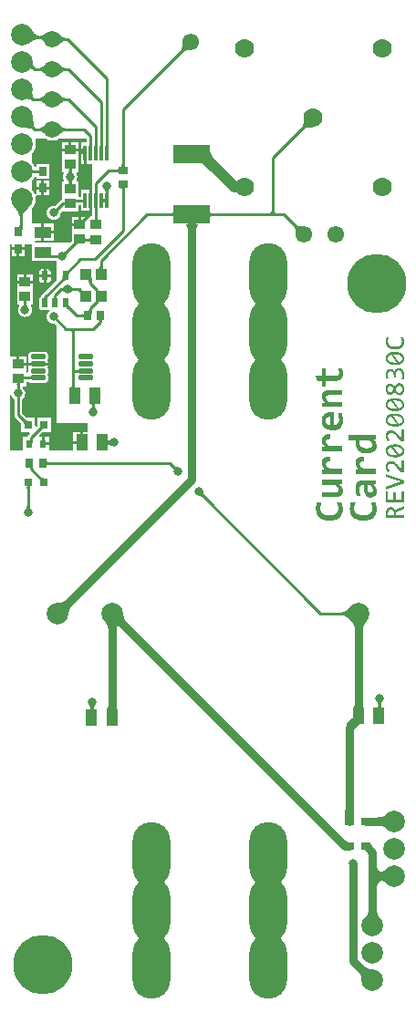
<source format=gtl>
G04*
G04 #@! TF.GenerationSoftware,Altium Limited,Altium Designer,19.1.9 (167)*
G04*
G04 Layer_Physical_Order=1*
G04 Layer_Color=255*
%FSLAX25Y25*%
%MOIN*%
G70*
G01*
G75*
%ADD16R,0.05906X0.04331*%
%ADD17R,0.02756X0.03347*%
%ADD18R,0.03347X0.02756*%
%ADD19R,0.04331X0.05906*%
%ADD20R,0.03347X0.02756*%
%ADD21R,0.02756X0.03347*%
%ADD22R,0.04134X0.03740*%
%ADD23R,0.03937X0.03543*%
%ADD24R,0.03150X0.03543*%
%ADD25R,0.03937X0.04331*%
G04:AMPARAMS|DCode=26|XSize=21.65mil|YSize=31.5mil|CornerRadius=1.95mil|HoleSize=0mil|Usage=FLASHONLY|Rotation=180.000|XOffset=0mil|YOffset=0mil|HoleType=Round|Shape=RoundedRectangle|*
%AMROUNDEDRECTD26*
21,1,0.02165,0.02760,0,0,180.0*
21,1,0.01776,0.03150,0,0,180.0*
1,1,0.00390,-0.00888,0.01380*
1,1,0.00390,0.00888,0.01380*
1,1,0.00390,0.00888,-0.01380*
1,1,0.00390,-0.00888,-0.01380*
%
%ADD26ROUNDEDRECTD26*%
%ADD27R,0.01181X0.05709*%
G04:AMPARAMS|DCode=28|XSize=17.72mil|YSize=53.15mil|CornerRadius=1.95mil|HoleSize=0mil|Usage=FLASHONLY|Rotation=90.000|XOffset=0mil|YOffset=0mil|HoleType=Round|Shape=RoundedRectangle|*
%AMROUNDEDRECTD28*
21,1,0.01772,0.04925,0,0,90.0*
21,1,0.01382,0.05315,0,0,90.0*
1,1,0.00390,0.02463,0.00691*
1,1,0.00390,0.02463,-0.00691*
1,1,0.00390,-0.02463,-0.00691*
1,1,0.00390,-0.02463,0.00691*
%
%ADD28ROUNDEDRECTD28*%
%ADD29R,0.13386X0.07087*%
%ADD30R,0.02362X0.03150*%
%ADD31R,0.03150X0.03150*%
%ADD53C,0.00900*%
%ADD54C,0.03000*%
%ADD55C,0.04000*%
%ADD56C,0.07874*%
%ADD57C,0.06102*%
%ADD58O,0.13780X0.23622*%
%ADD59C,0.21654*%
%ADD60C,0.07000*%
%ADD61C,0.03150*%
G36*
X113363Y456965D02*
X113148Y457314D01*
X112932Y457626D01*
X112714Y457901D01*
X112494Y458140D01*
X112271Y458341D01*
X112048Y458506D01*
X111822Y458635D01*
X111594Y458727D01*
X111364Y458782D01*
X111133Y458800D01*
X111364Y459700D01*
X111528Y459714D01*
X111723Y459756D01*
X111949Y459827D01*
X112207Y459925D01*
X112817Y460206D01*
X113552Y460600D01*
X114413Y461106D01*
X113363Y456965D01*
D02*
G37*
G36*
X108609Y461701D02*
X109240Y460910D01*
X109549Y460589D01*
X109851Y460318D01*
X110149Y460095D01*
X110442Y459922D01*
X110729Y459799D01*
X111011Y459725D01*
X111288Y459700D01*
X111112Y458800D01*
X110908Y458780D01*
X110663Y458718D01*
X110378Y458616D01*
X110051Y458473D01*
X109276Y458065D01*
X108337Y457494D01*
X107235Y456759D01*
X108285Y462170D01*
X108609Y461701D01*
D02*
G37*
G36*
X118503Y460316D02*
X119113Y459776D01*
X119399Y459557D01*
X119673Y459372D01*
X119933Y459220D01*
X120181Y459102D01*
X120416Y459017D01*
X120639Y458967D01*
X120849Y458950D01*
Y458050D01*
X120639Y458033D01*
X120416Y457983D01*
X120181Y457898D01*
X119933Y457780D01*
X119673Y457628D01*
X119399Y457443D01*
X119113Y457224D01*
X118503Y456684D01*
X118179Y456364D01*
Y460636D01*
X118503Y460316D01*
D02*
G37*
G36*
X166470Y454449D02*
X166014Y454446D01*
X165201Y454396D01*
X164844Y454349D01*
X164519Y454287D01*
X164228Y454210D01*
X163969Y454118D01*
X163743Y454011D01*
X163550Y453890D01*
X163390Y453753D01*
X162753Y454390D01*
X162890Y454550D01*
X163011Y454743D01*
X163118Y454969D01*
X163210Y455228D01*
X163287Y455519D01*
X163349Y455844D01*
X163396Y456201D01*
X163446Y457014D01*
X163449Y457470D01*
X166470Y454449D01*
D02*
G37*
G36*
X108915Y449465D02*
X108926Y449274D01*
X108957Y449085D01*
X109007Y448897D01*
X109076Y448712D01*
X109163Y448529D01*
X109270Y448348D01*
X109396Y448170D01*
X109541Y447993D01*
X109705Y447818D01*
X109069Y447182D01*
X108938Y447300D01*
X108807Y447392D01*
X108676Y447458D01*
X108546Y447499D01*
X108415Y447513D01*
X108285Y447502D01*
X108154Y447464D01*
X108024Y447401D01*
X107894Y447312D01*
X107764Y447197D01*
X108922Y449659D01*
X108915Y449465D01*
D02*
G37*
G36*
X118503Y449316D02*
X119113Y448776D01*
X119399Y448557D01*
X119673Y448372D01*
X119933Y448220D01*
X120181Y448102D01*
X120416Y448017D01*
X120639Y447967D01*
X120849Y447950D01*
Y447050D01*
X120639Y447033D01*
X120416Y446983D01*
X120181Y446898D01*
X119933Y446780D01*
X119673Y446629D01*
X119399Y446443D01*
X119113Y446224D01*
X118503Y445684D01*
X118179Y445364D01*
Y449636D01*
X118503Y449316D01*
D02*
G37*
G36*
X113821Y445364D02*
X113497Y445684D01*
X112887Y446224D01*
X112601Y446443D01*
X112327Y446629D01*
X112067Y446780D01*
X111819Y446898D01*
X111584Y446983D01*
X111361Y447033D01*
X111152Y447050D01*
Y447950D01*
X111361Y447967D01*
X111584Y448017D01*
X111819Y448102D01*
X112067Y448220D01*
X112327Y448372D01*
X112601Y448557D01*
X112887Y448776D01*
X113497Y449316D01*
X113821Y449636D01*
Y445364D01*
D02*
G37*
G36*
X108722Y438660D02*
X108688Y438428D01*
X108678Y438203D01*
X108693Y437984D01*
X108732Y437773D01*
X108796Y437568D01*
X108884Y437370D01*
X108997Y437179D01*
X109134Y436995D01*
X109295Y436818D01*
X108659Y436182D01*
X108491Y436333D01*
X108318Y436456D01*
X108140Y436553D01*
X107955Y436622D01*
X107765Y436663D01*
X107570Y436678D01*
X107368Y436665D01*
X107161Y436625D01*
X106948Y436558D01*
X106730Y436463D01*
X108780Y438899D01*
X108722Y438660D01*
D02*
G37*
G36*
X118503Y438315D02*
X119113Y437776D01*
X119399Y437557D01*
X119673Y437371D01*
X119933Y437220D01*
X120181Y437102D01*
X120416Y437017D01*
X120639Y436967D01*
X120849Y436950D01*
Y436050D01*
X120639Y436033D01*
X120416Y435983D01*
X120181Y435898D01*
X119933Y435780D01*
X119673Y435629D01*
X119399Y435443D01*
X119113Y435224D01*
X118503Y434685D01*
X118179Y434364D01*
Y438636D01*
X118503Y438315D01*
D02*
G37*
G36*
X113821Y434364D02*
X113497Y434685D01*
X112887Y435224D01*
X112601Y435443D01*
X112327Y435629D01*
X112067Y435780D01*
X111819Y435898D01*
X111584Y435983D01*
X111361Y436033D01*
X111152Y436050D01*
Y436950D01*
X111361Y436967D01*
X111584Y437017D01*
X111819Y437102D01*
X112067Y437220D01*
X112327Y437371D01*
X112601Y437557D01*
X112887Y437776D01*
X113497Y438315D01*
X113821Y438636D01*
Y434364D01*
D02*
G37*
G36*
X211265Y426300D02*
X210725Y426298D01*
X209347Y426192D01*
X208968Y426125D01*
X208630Y426041D01*
X208332Y425941D01*
X208074Y425824D01*
X207856Y425692D01*
X207679Y425542D01*
X207043Y426179D01*
X207191Y426356D01*
X207324Y426574D01*
X207441Y426832D01*
X207541Y427130D01*
X207625Y427468D01*
X207692Y427847D01*
X207744Y428266D01*
X207798Y429225D01*
X207800Y429765D01*
X211265Y426300D01*
D02*
G37*
G36*
X108939Y429339D02*
X109052Y427758D01*
X109125Y427327D01*
X109216Y426943D01*
X109324Y426606D01*
X109450Y426317D01*
X109593Y426076D01*
X109754Y425882D01*
X109118Y425246D01*
X108924Y425407D01*
X108683Y425550D01*
X108394Y425676D01*
X108057Y425784D01*
X107673Y425875D01*
X107242Y425948D01*
X106763Y426003D01*
X105661Y426061D01*
X105039Y426063D01*
X108937Y429961D01*
X108939Y429339D01*
D02*
G37*
G36*
X118503Y427316D02*
X119113Y426776D01*
X119399Y426557D01*
X119673Y426371D01*
X119933Y426220D01*
X120181Y426102D01*
X120416Y426017D01*
X120639Y425967D01*
X120849Y425950D01*
Y425050D01*
X120639Y425033D01*
X120416Y424983D01*
X120181Y424898D01*
X119933Y424780D01*
X119673Y424628D01*
X119399Y424443D01*
X119113Y424224D01*
X118503Y423685D01*
X118179Y423364D01*
Y427636D01*
X118503Y427316D01*
D02*
G37*
G36*
X113821Y423364D02*
X113497Y423685D01*
X112887Y424224D01*
X112601Y424443D01*
X112327Y424628D01*
X112067Y424780D01*
X111819Y424898D01*
X111584Y424983D01*
X111361Y425033D01*
X111152Y425050D01*
Y425950D01*
X111361Y425967D01*
X111584Y426017D01*
X111819Y426102D01*
X112067Y426220D01*
X112327Y426371D01*
X112601Y426557D01*
X112887Y426776D01*
X113497Y427316D01*
X113821Y427636D01*
Y423364D01*
D02*
G37*
G36*
X142159Y412556D02*
X142173Y412403D01*
X142195Y412268D01*
X142227Y412151D01*
X142267Y412052D01*
X142317Y411971D01*
X142375Y411908D01*
X142443Y411863D01*
X142519Y411836D01*
X142605Y411827D01*
X140805D01*
X140890Y411836D01*
X140967Y411863D01*
X141034Y411908D01*
X141093Y411971D01*
X141142Y412052D01*
X141183Y412151D01*
X141214Y412268D01*
X141237Y412403D01*
X141250Y412556D01*
X141255Y412727D01*
X142155D01*
X142159Y412556D01*
D02*
G37*
G36*
X173459Y418651D02*
X173358Y418273D01*
X173367Y417841D01*
X173487Y417356D01*
X173716Y416817D01*
X174055Y416224D01*
X174504Y415578D01*
X175062Y414879D01*
X176509Y413319D01*
X174008Y410164D01*
X173172Y410972D01*
X171680Y412238D01*
X171024Y412697D01*
X170428Y413039D01*
X169893Y413265D01*
X169417Y413374D01*
X169002Y413367D01*
X168646Y413244D01*
X168351Y413004D01*
X173669Y418976D01*
X173459Y418651D01*
D02*
G37*
G36*
X140351Y409600D02*
X140342Y409686D01*
X140314Y409762D01*
X140269Y409830D01*
X140205Y409888D01*
X140123Y409937D01*
X140023Y409978D01*
X139904Y410009D01*
X139767Y410032D01*
X139612Y410045D01*
X139439Y410050D01*
Y410950D01*
X139612Y410955D01*
X139767Y410968D01*
X139904Y410990D01*
X140023Y411022D01*
X140123Y411062D01*
X140205Y411112D01*
X140269Y411170D01*
X140314Y411238D01*
X140342Y411314D01*
X140351Y411400D01*
Y409600D01*
D02*
G37*
G36*
X123314Y410928D02*
X123238Y410901D01*
X123170Y410855D01*
X123112Y410791D01*
X123063Y410709D01*
X123022Y410609D01*
X122991Y410491D01*
X122972Y410379D01*
X122976Y410351D01*
X123009Y410216D01*
X123054Y410081D01*
X123113Y409948D01*
X123185Y409816D01*
X123270Y409684D01*
X123368Y409554D01*
X123478Y409424D01*
X123602Y409296D01*
X121398D01*
X121522Y409424D01*
X121633Y409554D01*
X121730Y409684D01*
X121815Y409816D01*
X121887Y409948D01*
X121946Y410081D01*
X121991Y410216D01*
X122024Y410351D01*
X122028Y410379D01*
X122010Y410491D01*
X121978Y410609D01*
X121938Y410709D01*
X121888Y410791D01*
X121829Y410855D01*
X121762Y410901D01*
X121686Y410928D01*
X121600Y410937D01*
X123400D01*
X123314Y410928D01*
D02*
G37*
G36*
X111146Y409100D02*
X111137Y409186D01*
X111110Y409262D01*
X111064Y409330D01*
X111000Y409388D01*
X110918Y409438D01*
X110818Y409478D01*
X110699Y409510D01*
X110562Y409532D01*
X110407Y409546D01*
X110234Y409550D01*
Y410450D01*
X110407Y410455D01*
X110562Y410468D01*
X110699Y410491D01*
X110818Y410522D01*
X110918Y410563D01*
X111000Y410612D01*
X111064Y410671D01*
X111110Y410738D01*
X111137Y410815D01*
X111146Y410900D01*
Y409100D01*
D02*
G37*
G36*
X123478Y406918D02*
X123368Y406789D01*
X123270Y406658D01*
X123185Y406527D01*
X123113Y406394D01*
X123054Y406261D01*
X123009Y406127D01*
X122976Y405991D01*
X122973Y405966D01*
X122991Y405858D01*
X123022Y405741D01*
X123063Y405642D01*
X123112Y405561D01*
X123170Y405498D01*
X123238Y405453D01*
X123314Y405426D01*
X123400Y405417D01*
X121600D01*
X121686Y405426D01*
X121762Y405453D01*
X121829Y405498D01*
X121888Y405561D01*
X121938Y405642D01*
X121978Y405741D01*
X122010Y405858D01*
X122028Y405966D01*
X122024Y405991D01*
X121991Y406127D01*
X121946Y406261D01*
X121887Y406394D01*
X121815Y406527D01*
X121730Y406658D01*
X121633Y406789D01*
X121522Y406918D01*
X121398Y407047D01*
X123602D01*
X123478Y406918D01*
D02*
G37*
G36*
X142815Y404176D02*
X142738Y404149D01*
X142671Y404103D01*
X142612Y404039D01*
X142562Y403957D01*
X142522Y403857D01*
X142490Y403738D01*
X142468Y403602D01*
X142455Y403447D01*
X142450Y403273D01*
X141550D01*
X141545Y403447D01*
X141532Y403602D01*
X141509Y403738D01*
X141478Y403857D01*
X141437Y403957D01*
X141388Y404039D01*
X141330Y404103D01*
X141262Y404149D01*
X141185Y404176D01*
X141100Y404185D01*
X142900D01*
X142815Y404176D01*
D02*
G37*
G36*
X136852Y403621D02*
X136741Y403492D01*
X136644Y403361D01*
X136559Y403230D01*
X136487Y403097D01*
X136428Y402964D01*
X136383Y402829D01*
X136350Y402694D01*
X136349Y402686D01*
X136356Y402567D01*
X136370Y402486D01*
X136387Y402423D01*
X136406Y402378D01*
X136428Y402351D01*
X136453Y402342D01*
X135295D01*
X135320Y402351D01*
X135342Y402378D01*
X135361Y402423D01*
X135378Y402486D01*
X135392Y402567D01*
X135403Y402660D01*
X135398Y402694D01*
X135365Y402829D01*
X135320Y402964D01*
X135261Y403097D01*
X135189Y403230D01*
X135104Y403361D01*
X135006Y403492D01*
X134896Y403621D01*
X134772Y403749D01*
X136976D01*
X136852Y403621D01*
D02*
G37*
G36*
X113907Y422000D02*
X113957Y421961D01*
X114942Y421553D01*
X116000Y421414D01*
X117058Y421553D01*
X118043Y421961D01*
X118094Y422000D01*
X128490Y422000D01*
Y420677D01*
X126409D01*
Y417323D01*
X127356D01*
X127351Y417330D01*
X127287Y417388D01*
X127205Y417438D01*
X127105Y417478D01*
X126987Y417510D01*
X126850Y417532D01*
X126695Y417546D01*
X126522Y417550D01*
Y418450D01*
X126695Y418455D01*
X126850Y418468D01*
X126987Y418491D01*
X127105Y418522D01*
X127205Y418563D01*
X127287Y418612D01*
X127351Y418671D01*
X127397Y418738D01*
X127424Y418815D01*
X127433Y418900D01*
Y417323D01*
X128000D01*
Y416823D01*
X128378D01*
Y412968D01*
X130500D01*
Y406145D01*
X130459Y405937D01*
Y403354D01*
X126409D01*
Y400838D01*
X125469D01*
Y406429D01*
X124968D01*
X124931Y406505D01*
X124773Y406929D01*
X125008Y407499D01*
X125097Y408171D01*
X125008Y408843D01*
X124773Y409413D01*
X124931Y409838D01*
X124968Y409913D01*
X125469D01*
Y415228D01*
Y417500D01*
X124856D01*
X124773Y417478D01*
X124672Y417438D01*
X124590Y417388D01*
X124527Y417330D01*
X124481Y417262D01*
X124454Y417185D01*
X124444Y417100D01*
Y417500D01*
X122500D01*
X119532D01*
Y415228D01*
Y409913D01*
X120032D01*
X120069Y409838D01*
X120228Y409413D01*
X119992Y408843D01*
X119903Y408171D01*
X119992Y407499D01*
X120228Y406929D01*
X120069Y406505D01*
X120032Y406429D01*
X119532D01*
Y399759D01*
X119277Y399708D01*
X118797Y399388D01*
X116947Y397538D01*
X116500Y397597D01*
X115828Y397509D01*
X115201Y397249D01*
X114664Y396836D01*
X114251Y396299D01*
X113991Y395672D01*
X113903Y395000D01*
X113991Y394328D01*
X114251Y393702D01*
X114664Y393164D01*
X115201Y392751D01*
X115828Y392492D01*
X116500Y392403D01*
X117172Y392492D01*
X117798Y392751D01*
X118336Y393164D01*
X118749Y393702D01*
X119009Y394328D01*
X119097Y395000D01*
X119067Y395229D01*
X119490Y395588D01*
X119532Y395571D01*
Y395571D01*
X125469D01*
Y397881D01*
X126409D01*
Y395646D01*
X130459D01*
Y393724D01*
X128933D01*
Y393429D01*
X126500D01*
Y392361D01*
X126528Y392357D01*
X126631Y392367D01*
X126744Y392399D01*
X126866Y392452D01*
X126999Y392528D01*
X127140Y392626D01*
X127292Y392747D01*
X127453Y392889D01*
X127624Y393054D01*
X128593Y392750D01*
X128399Y392549D01*
X128096Y392197D01*
X127989Y392046D01*
X127909Y391910D01*
X127859Y391791D01*
X127837Y391688D01*
X127844Y391601D01*
X127880Y391531D01*
X127945Y391477D01*
X126500Y392318D01*
Y390657D01*
X126000D01*
Y390158D01*
X123031D01*
Y387886D01*
Y384894D01*
X123024Y384856D01*
X123031Y384818D01*
Y384691D01*
X122868Y384498D01*
X122370Y384000D01*
X109653Y384000D01*
X109480Y384235D01*
X109733Y384735D01*
X112000D01*
Y387900D01*
Y391065D01*
X108547Y391065D01*
X108500Y391546D01*
Y396463D01*
X108521Y396479D01*
X109312Y397510D01*
X109810Y398711D01*
X109980Y400000D01*
X109856Y400937D01*
X110309Y401327D01*
X112000D01*
Y403500D01*
X110122D01*
Y401842D01*
X109622Y401742D01*
X109312Y402490D01*
X108521Y403521D01*
X108500Y403537D01*
Y406463D01*
X108521Y406479D01*
X109312Y407510D01*
X109622Y408258D01*
X110122Y408158D01*
Y407429D01*
X114878D01*
Y412776D01*
X110122D01*
Y411842D01*
X109622Y411742D01*
X109312Y412490D01*
X108521Y413521D01*
X108500Y413537D01*
Y416463D01*
X108521Y416479D01*
X109312Y417510D01*
X109810Y418711D01*
X109980Y420000D01*
X109810Y421289D01*
X109688Y421584D01*
X109965Y422000D01*
X113907D01*
D02*
G37*
G36*
X135308Y399952D02*
X135384Y399950D01*
Y399050D01*
X135308Y399048D01*
Y398600D01*
X135298Y398686D01*
X135271Y398762D01*
X135225Y398830D01*
X135162Y398888D01*
X135080Y398938D01*
X134979Y398978D01*
X134890Y399002D01*
X134800Y398978D01*
X134700Y398938D01*
X134618Y398888D01*
X134554Y398830D01*
X134509Y398762D01*
X134481Y398686D01*
X134472Y398600D01*
Y399048D01*
X134396Y399050D01*
Y399950D01*
X134472Y399952D01*
Y400400D01*
X134481Y400315D01*
X134509Y400238D01*
X134554Y400171D01*
X134618Y400112D01*
X134700Y400063D01*
X134800Y400022D01*
X134890Y399998D01*
X134979Y400022D01*
X135080Y400063D01*
X135162Y400112D01*
X135225Y400171D01*
X135271Y400238D01*
X135298Y400315D01*
X135308Y400400D01*
Y399952D01*
D02*
G37*
G36*
X127433Y398460D02*
X127424Y398545D01*
X127397Y398622D01*
X127351Y398689D01*
X127287Y398747D01*
X127205Y398797D01*
X127105Y398837D01*
X126987Y398869D01*
X126850Y398891D01*
X126695Y398905D01*
X126522Y398909D01*
Y399810D01*
X126695Y399814D01*
X126850Y399827D01*
X126987Y399850D01*
X127105Y399881D01*
X127205Y399922D01*
X127287Y399972D01*
X127351Y400030D01*
X127397Y400097D01*
X127424Y400174D01*
X127433Y400259D01*
Y398460D01*
D02*
G37*
G36*
X124466Y400046D02*
X124493Y399997D01*
X124538Y399953D01*
X124601Y399915D01*
X124681Y399883D01*
X124780Y399856D01*
X124898Y399836D01*
X125032Y399821D01*
X125356Y399810D01*
Y398909D01*
X125184Y398905D01*
X125029Y398891D01*
X124893Y398869D01*
X124774Y398837D01*
X124674Y398797D01*
X124592Y398747D01*
X124528Y398689D01*
X124482Y398622D01*
X124454Y398545D01*
X124444Y398460D01*
X124457Y400102D01*
X124466Y400046D01*
D02*
G37*
G36*
X120555Y397641D02*
X120548Y397689D01*
X120527Y397732D01*
X120491Y397769D01*
X120441Y397802D01*
X120377Y397830D01*
X120299Y397852D01*
X120206Y397870D01*
X120099Y397883D01*
X119978Y397890D01*
X119843Y397892D01*
Y398793D01*
X119978Y398795D01*
X120206Y398815D01*
X120299Y398833D01*
X120377Y398855D01*
X120441Y398883D01*
X120491Y398916D01*
X120527Y398953D01*
X120548Y398996D01*
X120555Y399043D01*
Y397641D01*
D02*
G37*
G36*
X196959Y395655D02*
X196986Y395502D01*
X197031Y395367D01*
X197094Y395250D01*
X197175Y395151D01*
X197274Y395070D01*
X197391Y395007D01*
X197526Y394962D01*
X197679Y394935D01*
X197850Y394926D01*
X196500Y394026D01*
X195150Y394926D01*
X195321Y394935D01*
X195474Y394962D01*
X195609Y395007D01*
X195726Y395070D01*
X195825Y395151D01*
X195906Y395250D01*
X195969Y395367D01*
X196014Y395502D01*
X196041Y395655D01*
X196050Y395826D01*
X196950D01*
X196959Y395655D01*
D02*
G37*
G36*
X107318Y396818D02*
X106854Y396467D01*
X106074Y395791D01*
X105756Y395466D01*
X105488Y395150D01*
X105268Y394843D01*
X105098Y394545D01*
X104976Y394255D01*
X104902Y393975D01*
X104878Y393703D01*
X103978Y393836D01*
X103957Y394054D01*
X103893Y394307D01*
X103788Y394597D01*
X103640Y394921D01*
X103450Y395282D01*
X102943Y396110D01*
X102266Y397080D01*
X101865Y397619D01*
X107318Y396818D01*
D02*
G37*
G36*
X173678Y395291D02*
X173705Y395214D01*
X173751Y395147D01*
X173815Y395088D01*
X173897Y395039D01*
X173997Y394998D01*
X174116Y394967D01*
X174253Y394944D01*
X174408Y394931D01*
X174581Y394926D01*
Y394026D01*
X174408Y394022D01*
X174253Y394008D01*
X174116Y393986D01*
X173997Y393954D01*
X173897Y393914D01*
X173815Y393864D01*
X173751Y393806D01*
X173705Y393738D01*
X173678Y393662D01*
X173669Y393576D01*
Y395376D01*
X173678Y395291D01*
D02*
G37*
G36*
X160331Y393576D02*
X160322Y393662D01*
X160295Y393738D01*
X160249Y393806D01*
X160185Y393864D01*
X160103Y393914D01*
X160003Y393954D01*
X159884Y393986D01*
X159747Y394008D01*
X159592Y394022D01*
X159419Y394026D01*
Y394926D01*
X159592Y394931D01*
X159747Y394944D01*
X159884Y394967D01*
X160003Y394998D01*
X160103Y395039D01*
X160185Y395088D01*
X160249Y395147D01*
X160295Y395214D01*
X160322Y395291D01*
X160331Y395376D01*
Y393576D01*
D02*
G37*
G36*
X168204Y395422D02*
X168391Y395318D01*
X168621Y395226D01*
X168893Y395146D01*
X169209Y395079D01*
X169567Y395024D01*
X170413Y394951D01*
X171431Y394926D01*
Y394026D01*
X170901Y394020D01*
X169567Y393929D01*
X169209Y393874D01*
X168893Y393806D01*
X168621Y393727D01*
X168391Y393635D01*
X168204Y393531D01*
X168060Y393415D01*
Y395538D01*
X168204Y395422D01*
D02*
G37*
G36*
X165940Y393415D02*
X165796Y393531D01*
X165609Y393635D01*
X165380Y393727D01*
X165107Y393806D01*
X164791Y393874D01*
X164433Y393929D01*
X163587Y394002D01*
X162569Y394026D01*
Y394926D01*
X163099Y394933D01*
X164433Y395024D01*
X164791Y395079D01*
X165107Y395146D01*
X165380Y395226D01*
X165609Y395318D01*
X165796Y395422D01*
X165940Y395538D01*
Y393415D01*
D02*
G37*
G36*
X132392Y393441D02*
X132405Y393288D01*
X132428Y393153D01*
X132459Y393036D01*
X132500Y392937D01*
X132549Y392856D01*
X132607Y392793D01*
X132675Y392748D01*
X132752Y392721D01*
X132837Y392712D01*
X131037D01*
X131123Y392721D01*
X131199Y392748D01*
X131266Y392793D01*
X131325Y392856D01*
X131375Y392937D01*
X131415Y393036D01*
X131447Y393153D01*
X131469Y393288D01*
X131483Y393441D01*
X131487Y393612D01*
X132387D01*
X132392Y393441D01*
D02*
G37*
G36*
X104866Y389712D02*
X103528D01*
X103613Y389721D01*
X103690Y389748D01*
X103758Y389793D01*
X103816Y389856D01*
X103866Y389937D01*
X103906Y390036D01*
X103937Y390153D01*
X103960Y390288D01*
X103973Y390441D01*
X103978Y390612D01*
X104878D01*
X104866Y389712D01*
D02*
G37*
G36*
X169715Y390915D02*
X169460Y390825D01*
X169235Y390675D01*
X169040Y390465D01*
X168875Y390195D01*
X168740Y389865D01*
X168635Y389475D01*
X168560Y389025D01*
X168515Y388515D01*
X168500Y387945D01*
X165500D01*
X165485Y388515D01*
X165440Y389025D01*
X165365Y389475D01*
X165260Y389865D01*
X165125Y390195D01*
X164960Y390465D01*
X164765Y390675D01*
X164540Y390825D01*
X164285Y390915D01*
X164000Y390945D01*
X170000D01*
X169715Y390915D01*
D02*
G37*
G36*
X205050Y390610D02*
X205243Y390489D01*
X205469Y390382D01*
X205728Y390290D01*
X206019Y390213D01*
X206344Y390151D01*
X206701Y390104D01*
X207514Y390054D01*
X207969Y390051D01*
X204949Y387031D01*
X204946Y387486D01*
X204896Y388299D01*
X204849Y388656D01*
X204787Y388981D01*
X204710Y389272D01*
X204618Y389531D01*
X204511Y389757D01*
X204390Y389950D01*
X204253Y390110D01*
X204890Y390747D01*
X205050Y390610D01*
D02*
G37*
G36*
X129957Y384246D02*
X129948Y384331D01*
X129921Y384408D01*
X129875Y384475D01*
X129811Y384534D01*
X129729Y384583D01*
X129629Y384624D01*
X129510Y384655D01*
X129373Y384678D01*
X129218Y384691D01*
X129045Y384696D01*
Y385596D01*
X129218Y385600D01*
X129373Y385614D01*
X129510Y385636D01*
X129629Y385668D01*
X129729Y385708D01*
X129811Y385758D01*
X129875Y385816D01*
X129921Y385884D01*
X129948Y385960D01*
X129957Y386046D01*
Y384246D01*
D02*
G37*
G36*
X127954Y385960D02*
X127981Y385884D01*
X128027Y385816D01*
X128090Y385758D01*
X128173Y385708D01*
X128273Y385668D01*
X128391Y385636D01*
X128528Y385614D01*
X128683Y385600D01*
X128857Y385596D01*
Y384696D01*
X128683Y384691D01*
X128528Y384678D01*
X128391Y384655D01*
X128273Y384624D01*
X128173Y384583D01*
X128090Y384534D01*
X128027Y384475D01*
X127981Y384408D01*
X127954Y384331D01*
X127945Y384246D01*
Y386046D01*
X127954Y385960D01*
D02*
G37*
G36*
X125316Y383583D02*
X125246Y383634D01*
X125164Y383659D01*
X125068D01*
X124960Y383634D01*
X124839Y383583D01*
X124705Y383506D01*
X124559Y383405D01*
X124400Y383277D01*
X124044Y382946D01*
X123407Y383583D01*
X123585Y383767D01*
X123865Y384098D01*
X123967Y384245D01*
X124044Y384378D01*
X124094Y384499D01*
X124120Y384608D01*
Y384703D01*
X124094Y384786D01*
X124044Y384856D01*
X125316Y383583D01*
D02*
G37*
G36*
X108547Y377335D02*
X115409D01*
X115449Y377327D01*
X115485Y377335D01*
X116453D01*
Y377522D01*
X117389D01*
X117468Y377418D01*
Y371500D01*
Y370346D01*
X112215Y365093D01*
X111894Y364613D01*
X111863Y364457D01*
X111511Y364222D01*
X111247Y363826D01*
X111154Y363360D01*
Y360600D01*
X111247Y360134D01*
X111511Y359739D01*
X111906Y359475D01*
X112372Y359382D01*
X114148D01*
X114614Y359475D01*
X114784Y359370D01*
X114839Y359198D01*
X114819Y358956D01*
X114664Y358836D01*
X114251Y358298D01*
X113991Y357672D01*
X113903Y357000D01*
X113991Y356328D01*
X114251Y355701D01*
X114664Y355164D01*
X115201Y354751D01*
X115828Y354491D01*
X116500Y354403D01*
X116947Y354462D01*
X117468Y353941D01*
Y318000D01*
X129000D01*
Y314953D01*
X127300D01*
Y311000D01*
X126800D01*
Y310500D01*
X123635D01*
Y308000D01*
X117468Y308000D01*
X114740D01*
Y310000D01*
X112559D01*
Y310500D01*
X112059D01*
Y313075D01*
X111272D01*
X111080Y313537D01*
X112277Y314733D01*
X112416Y314863D01*
X112494Y314925D01*
X115528D01*
Y320075D01*
X110378D01*
Y317081D01*
X110091Y316838D01*
X109622Y317040D01*
Y320075D01*
X106795D01*
X106757Y320082D01*
X106719Y320075D01*
X106593D01*
X106400Y320238D01*
X104978Y321660D01*
Y326889D01*
X105336Y327164D01*
X105749Y327701D01*
X106009Y328328D01*
X106097Y329000D01*
X106009Y329672D01*
X105749Y330298D01*
X105336Y330836D01*
X105031Y331071D01*
X105047Y331571D01*
X106468D01*
Y333183D01*
X107367D01*
X107416Y333109D01*
X107811Y332845D01*
X108278Y332752D01*
X113203D01*
X113669Y332845D01*
X114064Y333109D01*
X114328Y333504D01*
X114421Y333970D01*
Y335352D01*
X114328Y335819D01*
X114247Y335941D01*
X114328Y336063D01*
X114421Y336529D01*
Y337911D01*
X114328Y338378D01*
X114247Y338500D01*
X114328Y338622D01*
X114421Y339089D01*
Y339280D01*
X110740D01*
X107059D01*
Y339089D01*
X107152Y338622D01*
X107234Y338500D01*
X107152Y338378D01*
X107059Y337911D01*
Y336913D01*
X106559Y336561D01*
X106468Y336594D01*
Y339158D01*
X103500D01*
Y339657D01*
X103000D01*
Y342429D01*
X100531D01*
X100468Y342903D01*
X100468Y383500D01*
X101122D01*
Y382449D01*
X103500D01*
X105878D01*
Y383500D01*
X108547D01*
Y377335D01*
D02*
G37*
G36*
X121539Y380442D02*
X121447Y380340D01*
X121364Y380229D01*
X121292Y380111D01*
X121230Y379983D01*
X121178Y379848D01*
X121137Y379703D01*
X121106Y379551D01*
X121085Y379390D01*
X121074Y379221D01*
X121074Y379044D01*
X119488Y380575D01*
X119667Y380581D01*
X119838Y380597D01*
X120000Y380622D01*
X120153Y380657D01*
X120298Y380701D01*
X120434Y380755D01*
X120561Y380819D01*
X120680Y380892D01*
X120790Y380975D01*
X120891Y381067D01*
X121539Y380442D01*
D02*
G37*
G36*
X115438Y379815D02*
X115466Y379738D01*
X115512Y379671D01*
X115576Y379612D01*
X115658Y379562D01*
X115759Y379522D01*
X115877Y379490D01*
X116014Y379468D01*
X116168Y379454D01*
X116341Y379450D01*
Y378550D01*
X116170Y378548D01*
X115765Y378518D01*
X115666Y378499D01*
X115585Y378477D01*
X115522Y378450D01*
X115477Y378420D01*
X115450Y378385D01*
X115441Y378347D01*
X115429Y379900D01*
X115438Y379815D01*
D02*
G37*
G36*
X134210Y375380D02*
X134224Y375225D01*
X134246Y375088D01*
X134278Y374970D01*
X134318Y374869D01*
X134368Y374787D01*
X134426Y374723D01*
X134494Y374678D01*
X134570Y374651D01*
X134656Y374641D01*
X132856D01*
X132941Y374651D01*
X133018Y374678D01*
X133085Y374723D01*
X133144Y374787D01*
X133193Y374869D01*
X133234Y374970D01*
X133265Y375088D01*
X133288Y375225D01*
X133301Y375380D01*
X133306Y375553D01*
X134206D01*
X134210Y375380D01*
D02*
G37*
G36*
X122462Y373598D02*
X122283Y373412D01*
X122001Y373080D01*
X121897Y372933D01*
X121820Y372799D01*
X121768Y372678D01*
X121741Y372570D01*
X121740Y372476D01*
X121764Y372394D01*
X121814Y372325D01*
X120553Y373586D01*
X120622Y373536D01*
X120704Y373512D01*
X120799Y373513D01*
X120907Y373539D01*
X121027Y373592D01*
X121161Y373669D01*
X121308Y373772D01*
X121468Y373901D01*
X121826Y374234D01*
X122462Y373598D01*
D02*
G37*
G36*
X120927Y370442D02*
X120857Y370493D01*
X120774Y370518D01*
X120679D01*
X120571Y370493D01*
X120450Y370442D01*
X120316Y370365D01*
X120170Y370264D01*
X120011Y370136D01*
X119654Y369805D01*
X119018Y370442D01*
X119196Y370626D01*
X119476Y370957D01*
X119578Y371104D01*
X119654Y371237D01*
X119705Y371358D01*
X119731Y371466D01*
Y371562D01*
X119705Y371645D01*
X119654Y371715D01*
X120927Y370442D01*
D02*
G37*
G36*
X130201Y370347D02*
X130203Y370338D01*
X130205Y370311D01*
X130211Y370023D01*
X130213Y369447D01*
X129313D01*
X129308Y369619D01*
X129295Y369774D01*
X129272Y369910D01*
X129241Y370028D01*
X129200Y370129D01*
X129151Y370211D01*
X129092Y370275D01*
X129025Y370321D01*
X128948Y370349D01*
X128863Y370359D01*
X130201Y370347D01*
D02*
G37*
G36*
X120258Y366031D02*
X120174Y366130D01*
X120082Y366218D01*
X119984Y366296D01*
X119878Y366363D01*
X119765Y366420D01*
X119645Y366467D01*
X119518Y366503D01*
X119384Y366529D01*
X119243Y366545D01*
X119095Y366550D01*
Y367450D01*
X119243Y367455D01*
X119384Y367471D01*
X119518Y367497D01*
X119645Y367533D01*
X119765Y367580D01*
X119878Y367637D01*
X119984Y367704D01*
X120082Y367782D01*
X120174Y367870D01*
X120258Y367969D01*
Y366031D01*
D02*
G37*
G36*
X122753Y367978D02*
X122882Y367867D01*
X123013Y367770D01*
X123144Y367685D01*
X123277Y367613D01*
X123410Y367554D01*
X123545Y367509D01*
X123680Y367476D01*
X123817Y367457D01*
X123954Y367450D01*
Y366550D01*
X123817Y366544D01*
X123680Y366524D01*
X123545Y366491D01*
X123410Y366446D01*
X123277Y366387D01*
X123144Y366315D01*
X123013Y366230D01*
X122882Y366132D01*
X122753Y366022D01*
X122625Y365898D01*
Y368102D01*
X122753Y367978D01*
D02*
G37*
G36*
X126265Y367120D02*
X126700Y366750D01*
X126816Y366674D01*
X126918Y366621D01*
X127005Y366591D01*
X127077Y366584D01*
X127135Y366601D01*
X127178Y366641D01*
X126300Y365370D01*
X126323Y365429D01*
X126322Y365505D01*
X126296Y365597D01*
X126246Y365704D01*
X126171Y365827D01*
X126071Y365967D01*
X125947Y366122D01*
X125624Y366479D01*
X125426Y366682D01*
X126091Y367290D01*
X126265Y367120D01*
D02*
G37*
G36*
X113710Y363952D02*
X113735Y363566D01*
X113742Y363551D01*
X113749Y363546D01*
X112771D01*
X112778Y363551D01*
X112785Y363566D01*
X112791Y363591D01*
X112796Y363626D01*
X112804Y363727D01*
X112810Y364047D01*
X113710D01*
X113710Y363952D01*
D02*
G37*
G36*
X117454Y364284D02*
X117468Y364128D01*
X117490Y363991D01*
X117521Y363872D01*
X117561Y363771D01*
X117610Y363689D01*
X117668Y363625D01*
X117735Y363579D01*
X117811Y363551D01*
X117895Y363542D01*
X116105D01*
X116189Y363551D01*
X116265Y363579D01*
X116332Y363625D01*
X116390Y363689D01*
X116439Y363771D01*
X116479Y363872D01*
X116510Y363991D01*
X116532Y364128D01*
X116546Y364284D01*
X116550Y364458D01*
X117450D01*
X117454Y364284D01*
D02*
G37*
G36*
X121764Y361606D02*
X121740Y361524D01*
X121741Y361430D01*
X121768Y361322D01*
X121820Y361201D01*
X121897Y361067D01*
X122001Y360920D01*
X122129Y360761D01*
X122462Y360402D01*
X121826Y359766D01*
X121640Y359945D01*
X121308Y360228D01*
X121161Y360331D01*
X121027Y360408D01*
X120907Y360461D01*
X120799Y360487D01*
X120704Y360488D01*
X120622Y360464D01*
X120553Y360414D01*
X121814Y361675D01*
X121764Y361606D01*
D02*
G37*
G36*
X130338Y359260D02*
X129000Y359248D01*
X129086Y359258D01*
X129162Y359285D01*
X129230Y359331D01*
X129288Y359396D01*
X129338Y359478D01*
X129378Y359578D01*
X129410Y359696D01*
X129432Y359833D01*
X129446Y359987D01*
X129450Y360160D01*
X130350D01*
X130338Y359260D01*
D02*
G37*
G36*
X127213Y356600D02*
X127204Y356685D01*
X127177Y356762D01*
X127132Y356830D01*
X127069Y356888D01*
X126988Y356938D01*
X126889Y356978D01*
X126772Y357010D01*
X126637Y357032D01*
X126484Y357046D01*
X126313Y357050D01*
Y357950D01*
X126484Y357955D01*
X126637Y357968D01*
X126772Y357991D01*
X126889Y358022D01*
X126988Y358063D01*
X127069Y358112D01*
X127132Y358171D01*
X127177Y358238D01*
X127204Y358314D01*
X127213Y358400D01*
Y356600D01*
D02*
G37*
G36*
X134185Y355745D02*
X134136Y355722D01*
X134092Y355685D01*
X134055Y355632D01*
X134023Y355564D01*
X133996Y355482D01*
X133976Y355384D01*
X133962Y355271D01*
X133953Y355143D01*
X133950Y355000D01*
X133050D01*
X133047Y355143D01*
X133024Y355384D01*
X133003Y355482D01*
X132977Y355564D01*
X132946Y355632D01*
X132908Y355685D01*
X132864Y355722D01*
X132815Y355745D01*
X132760Y355752D01*
X134240D01*
X134185Y355745D01*
D02*
G37*
G36*
X124850Y352050D02*
X124679Y352041D01*
X124526Y352014D01*
X124391Y351969D01*
X124274Y351906D01*
X124175Y351825D01*
X124094Y351726D01*
X124031Y351609D01*
X123986Y351474D01*
X123959Y351321D01*
X123950Y351150D01*
X123050D01*
X123041Y351321D01*
X123014Y351474D01*
X122969Y351609D01*
X122906Y351726D01*
X122825Y351825D01*
X122726Y351906D01*
X122609Y351969D01*
X122474Y352014D01*
X122321Y352041D01*
X122150Y352050D01*
X123500Y352950D01*
X124850Y352050D01*
D02*
G37*
G36*
X105454Y335476D02*
X105481Y335399D01*
X105527Y335332D01*
X105590Y335273D01*
X105673Y335224D01*
X105773Y335183D01*
X105891Y335152D01*
X106028Y335129D01*
X106183Y335116D01*
X106357Y335111D01*
Y334211D01*
X106183Y334207D01*
X106028Y334193D01*
X105891Y334171D01*
X105773Y334139D01*
X105673Y334099D01*
X105590Y334049D01*
X105527Y333991D01*
X105481Y333923D01*
X105454Y333847D01*
X105445Y333761D01*
Y335561D01*
X105454Y335476D01*
D02*
G37*
G36*
X104314Y332586D02*
X104238Y332558D01*
X104171Y332513D01*
X104112Y332449D01*
X104062Y332367D01*
X104022Y332267D01*
X103990Y332148D01*
X103968Y332011D01*
X103955Y331856D01*
X103950Y331683D01*
X103050D01*
X103045Y331856D01*
X103032Y332011D01*
X103009Y332148D01*
X102978Y332267D01*
X102937Y332367D01*
X102888Y332449D01*
X102830Y332513D01*
X102762Y332558D01*
X102685Y332586D01*
X102600Y332595D01*
X104400D01*
X104314Y332586D01*
D02*
G37*
G36*
X123954Y331667D02*
X123968Y331512D01*
X123990Y331376D01*
X124022Y331257D01*
X124063Y331157D01*
X124112Y331075D01*
X124170Y331011D01*
X124238Y330965D01*
X124314Y330938D01*
X124400Y330929D01*
X122600D01*
X122686Y330938D01*
X122762Y330965D01*
X122829Y331011D01*
X122888Y331075D01*
X122938Y331157D01*
X122978Y331257D01*
X123010Y331376D01*
X123032Y331512D01*
X123046Y331667D01*
X123050Y331841D01*
X123950D01*
X123954Y331667D01*
D02*
G37*
G36*
X131815Y325062D02*
X131738Y325035D01*
X131670Y324989D01*
X131612Y324925D01*
X131562Y324843D01*
X131522Y324743D01*
X131491Y324624D01*
X131468Y324488D01*
X131455Y324342D01*
X131456Y324317D01*
X131476Y324180D01*
X131509Y324045D01*
X131554Y323910D01*
X131613Y323777D01*
X131685Y323644D01*
X131770Y323513D01*
X131868Y323382D01*
X131978Y323253D01*
X132102Y323125D01*
X129898D01*
X130022Y323253D01*
X130132Y323382D01*
X130230Y323513D01*
X130315Y323644D01*
X130387Y323777D01*
X130446Y323910D01*
X130491Y324045D01*
X130524Y324180D01*
X130543Y324317D01*
X130545Y324342D01*
X130532Y324488D01*
X130509Y324624D01*
X130478Y324743D01*
X130438Y324843D01*
X130388Y324925D01*
X130330Y324989D01*
X130262Y325035D01*
X130185Y325062D01*
X130100Y325071D01*
X131900D01*
X131815Y325062D01*
D02*
G37*
G36*
X105669Y319521D02*
X106000Y319241D01*
X106146Y319139D01*
X106280Y319063D01*
X106401Y319012D01*
X106509Y318986D01*
X106605D01*
X106687Y319012D01*
X106757Y319063D01*
X105484Y317790D01*
X105535Y317860D01*
X105561Y317943D01*
Y318038D01*
X105535Y318146D01*
X105484Y318267D01*
X105408Y318401D01*
X105306Y318547D01*
X105179Y318706D01*
X104848Y319063D01*
X105484Y319699D01*
X105669Y319521D01*
D02*
G37*
G36*
X112663Y315949D02*
X112594Y315999D01*
X112512Y316023D01*
X112417Y316022D01*
X112309Y315995D01*
X112188Y315943D01*
X112055Y315866D01*
X111908Y315763D01*
X111748Y315634D01*
X111390Y315301D01*
X110754Y315937D01*
X110933Y316123D01*
X111215Y316455D01*
X111318Y316602D01*
X111396Y316736D01*
X111448Y316857D01*
X111475Y316964D01*
X111476Y317059D01*
X111452Y317141D01*
X111402Y317210D01*
X112663Y315949D01*
D02*
G37*
G36*
X108610Y312063D02*
X107516Y312051D01*
X107555Y312058D01*
X107590Y312078D01*
X107621Y312112D01*
X107648Y312159D01*
X107670Y312219D01*
X107689Y312293D01*
X107703Y312379D01*
X107714Y312479D01*
X107722Y312719D01*
X108622D01*
X108610Y312063D01*
D02*
G37*
G36*
X137375Y309898D02*
X137247Y310022D01*
X137118Y310133D01*
X136987Y310230D01*
X136856Y310315D01*
X136723Y310387D01*
X136590Y310446D01*
X136590Y310446D01*
X136569Y310437D01*
X136487Y310388D01*
X136423Y310330D01*
X136378Y310262D01*
X136351Y310186D01*
X136341Y310100D01*
Y310519D01*
X136320Y310524D01*
X136184Y310543D01*
X136046Y310550D01*
Y311450D01*
X136184Y311456D01*
X136320Y311476D01*
X136341Y311481D01*
Y311900D01*
X136351Y311814D01*
X136378Y311738D01*
X136423Y311670D01*
X136487Y311612D01*
X136569Y311562D01*
X136590Y311554D01*
X136590Y311554D01*
X136723Y311613D01*
X136856Y311685D01*
X136987Y311770D01*
X137118Y311867D01*
X137247Y311978D01*
X137375Y312102D01*
Y309898D01*
D02*
G37*
G36*
X100991Y328328D02*
X101251Y327701D01*
X101664Y327164D01*
X102022Y326889D01*
Y321047D01*
X102134Y320481D01*
X102455Y320002D01*
X104276Y318181D01*
X104406Y318040D01*
X104472Y317957D01*
Y317828D01*
X104465Y317790D01*
X104472Y317752D01*
Y314925D01*
X107634D01*
X107825Y314463D01*
X107127Y313765D01*
X106806Y313285D01*
X106764Y313075D01*
X105260D01*
Y308000D01*
X100468D01*
Y328473D01*
X100968Y328505D01*
X100991Y328328D01*
D02*
G37*
G36*
X113824Y304314D02*
X113851Y304238D01*
X113897Y304170D01*
X113961Y304112D01*
X114043Y304063D01*
X114143Y304022D01*
X114261Y303991D01*
X114398Y303968D01*
X114553Y303955D01*
X114727Y303950D01*
Y303050D01*
X114553Y303046D01*
X114398Y303032D01*
X114261Y303010D01*
X114143Y302978D01*
X114043Y302938D01*
X113961Y302888D01*
X113897Y302830D01*
X113851Y302762D01*
X113824Y302685D01*
X113815Y302600D01*
Y304400D01*
X113824Y304314D01*
D02*
G37*
G36*
X108671Y301846D02*
X108661Y301830D01*
X108652Y301804D01*
X108644Y301767D01*
X108637Y301720D01*
X108627Y301595D01*
X108622Y301328D01*
X107722D01*
X107721Y301427D01*
X107700Y301767D01*
X107692Y301804D01*
X107683Y301830D01*
X107673Y301846D01*
X107661Y301851D01*
X108683D01*
X108671Y301846D01*
D02*
G37*
G36*
X160685Y302461D02*
X160795Y302378D01*
X160914Y302306D01*
X161041Y302243D01*
X161177Y302190D01*
X161322Y302147D01*
X161475Y302114D01*
X161636Y302091D01*
X161806Y302078D01*
X161984Y302075D01*
X160425Y300516D01*
X160422Y300694D01*
X160409Y300864D01*
X160386Y301026D01*
X160353Y301178D01*
X160310Y301323D01*
X160257Y301459D01*
X160195Y301586D01*
X160122Y301705D01*
X160039Y301815D01*
X159947Y301917D01*
X160583Y302554D01*
X160685Y302461D01*
D02*
G37*
G36*
X111622Y298521D02*
X111953Y298241D01*
X112099Y298139D01*
X112233Y298063D01*
X112354Y298012D01*
X112462Y297986D01*
X112557D01*
X112640Y298012D01*
X112710Y298063D01*
X111437Y296790D01*
X111488Y296860D01*
X111514Y296943D01*
Y297038D01*
X111488Y297146D01*
X111437Y297267D01*
X111361Y297401D01*
X111259Y297547D01*
X111132Y297706D01*
X110801Y298063D01*
X111437Y298699D01*
X111622Y298521D01*
D02*
G37*
G36*
X107909Y294928D02*
X107833Y294901D01*
X107765Y294856D01*
X107706Y294793D01*
X107657Y294712D01*
X107616Y294613D01*
X107585Y294496D01*
X107562Y294361D01*
X107549Y294208D01*
X107545Y294037D01*
X106644D01*
X106640Y294208D01*
X106626Y294361D01*
X106604Y294496D01*
X106572Y294613D01*
X106532Y294712D01*
X106483Y294793D01*
X106424Y294856D01*
X106357Y294901D01*
X106280Y294928D01*
X106194Y294937D01*
X107994D01*
X107909Y294928D01*
D02*
G37*
G36*
X171078Y292806D02*
X171091Y292636D01*
X171114Y292475D01*
X171147Y292322D01*
X171190Y292177D01*
X171243Y292041D01*
X171306Y291914D01*
X171378Y291795D01*
X171461Y291685D01*
X171554Y291583D01*
X170917Y290947D01*
X170815Y291039D01*
X170705Y291122D01*
X170586Y291195D01*
X170459Y291257D01*
X170323Y291310D01*
X170178Y291353D01*
X170026Y291386D01*
X169864Y291409D01*
X169694Y291422D01*
X169516Y291425D01*
X171075Y292984D01*
X171078Y292806D01*
D02*
G37*
G36*
X107551Y287722D02*
X107571Y287586D01*
X107603Y287450D01*
X107649Y287316D01*
X107708Y287182D01*
X107779Y287050D01*
X107864Y286918D01*
X107962Y286788D01*
X108073Y286659D01*
X108197Y286530D01*
X105992D01*
X106116Y286659D01*
X106227Y286788D01*
X106325Y286918D01*
X106410Y287050D01*
X106481Y287182D01*
X106540Y287316D01*
X106586Y287450D01*
X106618Y287586D01*
X106638Y287722D01*
X106644Y287860D01*
X107545D01*
X107551Y287722D01*
D02*
G37*
G36*
X123305Y251684D02*
X123042Y251403D01*
X122807Y251114D01*
X122600Y250819D01*
X122421Y250515D01*
X122270Y250205D01*
X122147Y249886D01*
X122053Y249561D01*
X121986Y249228D01*
X121947Y248887D01*
X121937Y248539D01*
X118039Y252437D01*
X118387Y252447D01*
X118728Y252486D01*
X119061Y252553D01*
X119386Y252647D01*
X119705Y252770D01*
X120015Y252921D01*
X120319Y253100D01*
X120614Y253307D01*
X120903Y253542D01*
X121184Y253805D01*
X123305Y251684D01*
D02*
G37*
G36*
X225188Y249070D02*
X225433Y249087D01*
X225791Y249142D01*
X226107Y249209D01*
X226379Y249289D01*
X226609Y249381D01*
X226796Y249484D01*
X226940Y249601D01*
Y247478D01*
X226796Y247594D01*
X226609Y247698D01*
X226379Y247790D01*
X226107Y247869D01*
X225791Y247937D01*
X225433Y247992D01*
X225188Y248013D01*
Y245783D01*
X224747Y246222D01*
X223550Y247259D01*
X223193Y247513D01*
X222857Y247720D01*
X222543Y247882D01*
X222250Y247997D01*
X221977Y248066D01*
X221727Y248089D01*
Y248989D01*
X221977Y249012D01*
X222250Y249082D01*
X222543Y249197D01*
X222857Y249358D01*
X223193Y249566D01*
X223550Y249819D01*
X223928Y250119D01*
X224747Y250857D01*
X225188Y251295D01*
Y249070D01*
D02*
G37*
G36*
X141947Y248113D02*
X141986Y247772D01*
X142052Y247439D01*
X142147Y247113D01*
X142270Y246795D01*
X142421Y246485D01*
X142600Y246181D01*
X142807Y245886D01*
X143042Y245597D01*
X143305Y245316D01*
X141184Y243195D01*
X140903Y243458D01*
X140614Y243693D01*
X140319Y243900D01*
X140015Y244079D01*
X139753Y244206D01*
X139656Y243929D01*
X139567Y243589D01*
X139504Y243234D01*
X139465Y242864D01*
X139453Y242479D01*
X136453Y242518D01*
X136440Y242902D01*
X136403Y243272D01*
X136341Y243628D01*
X136254Y243970D01*
X136142Y244297D01*
X136006Y244610D01*
X135844Y244910D01*
X135658Y245194D01*
X135447Y245465D01*
X135211Y245722D01*
X139151Y245674D01*
X141937Y248461D01*
X141947Y248113D01*
D02*
G37*
G36*
X230517Y245474D02*
X230304Y245206D01*
X230115Y244924D01*
X229952Y244626D01*
X229814Y244315D01*
X229701Y243988D01*
X229613Y243647D01*
X229550Y243292D01*
X229513Y242922D01*
X229500Y242537D01*
X226500D01*
X226487Y242922D01*
X226450Y243292D01*
X226387Y243647D01*
X226299Y243988D01*
X226186Y244315D01*
X226048Y244626D01*
X225885Y244924D01*
X225696Y245206D01*
X225483Y245474D01*
X225244Y245728D01*
X230756D01*
X230517Y245474D01*
D02*
G37*
G36*
X236568Y216343D02*
X236442Y216219D01*
X236329Y216094D01*
X236229Y215967D01*
X236142Y215838D01*
X236069Y215708D01*
X236009Y215576D01*
X235963Y215443D01*
X235929Y215308D01*
X235909Y215171D01*
X235903Y215033D01*
X235003Y215061D01*
X234996Y215197D01*
X234977Y215334D01*
X234945Y215469D01*
X234901Y215605D01*
X234843Y215740D01*
X234773Y215874D01*
X234690Y216009D01*
X234594Y216142D01*
X234486Y216276D01*
X234364Y216409D01*
X236568Y216343D01*
D02*
G37*
G36*
X229504Y216371D02*
X229613Y214691D01*
X229663Y214421D01*
X229722Y214211D01*
X229790Y214061D01*
X229867Y213971D01*
X229953Y213941D01*
X225647D01*
X225809Y213971D01*
X225954Y214061D01*
X226082Y214211D01*
X226193Y214421D01*
X226287Y214691D01*
X226363Y215021D01*
X226423Y215411D01*
X226466Y215861D01*
X226500Y216941D01*
X229500D01*
X229504Y216371D01*
D02*
G37*
G36*
X235907Y214668D02*
X235921Y214512D01*
X235943Y214376D01*
X235975Y214257D01*
X236015Y214157D01*
X236065Y214075D01*
X236123Y214011D01*
X236191Y213965D01*
X236267Y213938D01*
X236353Y213929D01*
X234553D01*
X234638Y213938D01*
X234715Y213965D01*
X234782Y214011D01*
X234841Y214075D01*
X234890Y214157D01*
X234931Y214257D01*
X234962Y214376D01*
X234985Y214512D01*
X234998Y214668D01*
X235003Y214841D01*
X235903D01*
X235907Y214668D01*
D02*
G37*
G36*
X139457Y215871D02*
X139597Y213921D01*
X139649Y213711D01*
X139709Y213561D01*
X139777Y213471D01*
X139853Y213441D01*
X135547D01*
X135719Y213471D01*
X135873Y213561D01*
X136009Y213711D01*
X136126Y213921D01*
X136226Y214191D01*
X136308Y214521D01*
X136371Y214911D01*
X136416Y215361D01*
X136453Y216441D01*
X139453D01*
X139457Y215871D01*
D02*
G37*
G36*
X131478Y214747D02*
X131368Y214618D01*
X131270Y214487D01*
X131185Y214356D01*
X131113Y214223D01*
X131054Y214090D01*
X131009Y213955D01*
X130990Y213878D01*
X130991Y213876D01*
X131022Y213757D01*
X131062Y213657D01*
X131112Y213575D01*
X131170Y213511D01*
X131238Y213465D01*
X131315Y213438D01*
X131400Y213429D01*
X129600D01*
X129685Y213438D01*
X129762Y213465D01*
X129830Y213511D01*
X129888Y213575D01*
X129938Y213657D01*
X129978Y213757D01*
X130009Y213876D01*
X130010Y213878D01*
X129991Y213955D01*
X129946Y214090D01*
X129887Y214223D01*
X129815Y214356D01*
X129730Y214487D01*
X129632Y214618D01*
X129522Y214747D01*
X129398Y214875D01*
X131602D01*
X131478Y214747D01*
D02*
G37*
G36*
X227949Y208071D02*
X227911Y208065D01*
X227831Y208013D01*
X227708Y207914D01*
X227333Y207579D01*
X225650Y205938D01*
X223525Y208056D01*
X225659Y210356D01*
X227949Y208071D01*
D02*
G37*
G36*
X226161Y173866D02*
X222839D01*
X222869Y173896D01*
X222897Y173986D01*
X222921Y174136D01*
X222942Y174346D01*
X222986Y175336D01*
X223000Y176866D01*
X226000D01*
X226161Y173866D01*
D02*
G37*
G36*
X238188Y169744D02*
X237935Y169983D01*
X237667Y170196D01*
X237384Y170385D01*
X237087Y170548D01*
X236775Y170686D01*
X236449Y170799D01*
X236108Y170887D01*
X235752Y170950D01*
X235382Y170987D01*
X234998Y171000D01*
Y174000D01*
X235382Y174013D01*
X235752Y174050D01*
X236108Y174113D01*
X236449Y174201D01*
X236775Y174314D01*
X237087Y174452D01*
X237384Y174615D01*
X237667Y174804D01*
X237935Y175017D01*
X238188Y175256D01*
Y169744D01*
D02*
G37*
G36*
X222240Y166403D02*
X223330Y165481D01*
X223815Y165144D01*
X224260Y164889D01*
X224664Y164717D01*
X225027Y164628D01*
X225351Y164620D01*
X225634Y164696D01*
X225877Y164854D01*
X222839Y162134D01*
X222807Y162053D01*
X222711Y162047D01*
X222552Y162117D01*
X222330Y162263D01*
X222043Y162484D01*
X221280Y163153D01*
X219657Y164722D01*
X221634Y166987D01*
X222240Y166403D01*
D02*
G37*
G36*
X234530Y156430D02*
X234620Y155920D01*
X234770Y155470D01*
X234980Y155080D01*
X235250Y154750D01*
X235580Y154480D01*
X235970Y154270D01*
X236296Y154161D01*
X236449Y154201D01*
X236775Y154314D01*
X237087Y154452D01*
X237384Y154615D01*
X237667Y154804D01*
X237935Y155017D01*
X238188Y155256D01*
Y149744D01*
X237935Y149983D01*
X237667Y150196D01*
X237384Y150385D01*
X237087Y150548D01*
X236775Y150686D01*
X236449Y150799D01*
X236296Y150839D01*
X235970Y150730D01*
X235580Y150520D01*
X235250Y150250D01*
X234980Y149920D01*
X234770Y149530D01*
X234620Y149080D01*
X234530Y148570D01*
X234500Y148000D01*
X231500Y152500D01*
X234500Y157000D01*
X234530Y156430D01*
D02*
G37*
G36*
X234513Y140118D02*
X234550Y139748D01*
X234613Y139392D01*
X234701Y139051D01*
X234814Y138725D01*
X234952Y138413D01*
X235115Y138116D01*
X235304Y137833D01*
X235517Y137565D01*
X235756Y137312D01*
X230244D01*
X230483Y137565D01*
X230696Y137833D01*
X230885Y138116D01*
X231048Y138413D01*
X231186Y138725D01*
X231299Y139051D01*
X231387Y139392D01*
X231450Y139748D01*
X231487Y140118D01*
X231500Y140502D01*
X234500D01*
X234513Y140118D01*
D02*
G37*
G36*
X230097Y119542D02*
X230386Y119307D01*
X230681Y119100D01*
X230985Y118921D01*
X231295Y118770D01*
X231613Y118647D01*
X231939Y118552D01*
X232272Y118486D01*
X232613Y118447D01*
X232961Y118437D01*
X229063Y114539D01*
X229053Y114887D01*
X229014Y115228D01*
X228947Y115561D01*
X228853Y115886D01*
X228730Y116205D01*
X228579Y116515D01*
X228400Y116819D01*
X228193Y117114D01*
X227958Y117403D01*
X227695Y117684D01*
X229816Y119805D01*
X230097Y119542D01*
D02*
G37*
G36*
X244167Y349571D02*
X244178Y349549D01*
X244200Y349504D01*
X244211Y349449D01*
X244245Y349371D01*
X244267Y349282D01*
X244300Y349193D01*
X244322Y349082D01*
X244389Y348827D01*
X244433Y348549D01*
X244478Y348249D01*
X244489Y347927D01*
Y347871D01*
X244478Y347794D01*
Y347694D01*
X244467Y347583D01*
X244444Y347449D01*
X244422Y347305D01*
X244389Y347138D01*
X244344Y346971D01*
X244289Y346794D01*
X244222Y346616D01*
X244145Y346438D01*
X244044Y346271D01*
X243933Y346105D01*
X243811Y345938D01*
X243667Y345794D01*
X243656Y345783D01*
X243622Y345760D01*
X243578Y345727D01*
X243511Y345683D01*
X243422Y345627D01*
X243322Y345561D01*
X243189Y345494D01*
X243045Y345427D01*
X242889Y345360D01*
X242700Y345294D01*
X242500Y345227D01*
X242289Y345172D01*
X242045Y345127D01*
X241789Y345094D01*
X241511Y345072D01*
X241223Y345060D01*
X241211D01*
X241189D01*
X241145D01*
X241089D01*
X241023Y345072D01*
X240934D01*
X240745Y345083D01*
X240534Y345105D01*
X240289Y345149D01*
X240045Y345194D01*
X239801Y345261D01*
X239789D01*
X239767Y345272D01*
X239734Y345283D01*
X239689Y345294D01*
X239578Y345349D01*
X239423Y345405D01*
X239256Y345494D01*
X239078Y345594D01*
X238889Y345705D01*
X238723Y345838D01*
X238701Y345860D01*
X238645Y345905D01*
X238567Y345994D01*
X238467Y346105D01*
X238356Y346238D01*
X238245Y346394D01*
X238134Y346571D01*
X238034Y346760D01*
Y346772D01*
X238023Y346783D01*
X238012Y346816D01*
X238001Y346860D01*
X237956Y346971D01*
X237912Y347116D01*
X237867Y347294D01*
X237823Y347505D01*
X237801Y347738D01*
X237790Y347982D01*
Y348149D01*
X237801Y348260D01*
X237812Y348394D01*
X237823Y348527D01*
X237867Y348827D01*
Y348849D01*
X237878Y348893D01*
X237901Y348971D01*
X237923Y349071D01*
X237956Y349182D01*
X238001Y349305D01*
X238101Y349582D01*
X238978D01*
X238967Y349571D01*
X238945Y349516D01*
X238912Y349449D01*
X238867Y349349D01*
X238823Y349238D01*
X238778Y349116D01*
X238689Y348838D01*
Y348816D01*
X238667Y348771D01*
X238656Y348693D01*
X238634Y348593D01*
X238612Y348471D01*
X238601Y348327D01*
X238578Y348171D01*
Y347927D01*
X238590Y347838D01*
X238601Y347727D01*
X238623Y347605D01*
X238656Y347460D01*
X238701Y347316D01*
X238756Y347171D01*
X238767Y347160D01*
X238790Y347116D01*
X238834Y347038D01*
X238889Y346960D01*
X238956Y346860D01*
X239045Y346749D01*
X239145Y346638D01*
X239267Y346538D01*
X239278Y346527D01*
X239323Y346494D01*
X239389Y346449D01*
X239489Y346394D01*
X239600Y346327D01*
X239745Y346260D01*
X239900Y346194D01*
X240067Y346138D01*
X240089D01*
X240145Y346116D01*
X240245Y346094D01*
X240378Y346072D01*
X240534Y346049D01*
X240711Y346027D01*
X240912Y346016D01*
X241134Y346005D01*
X241145D01*
X241189D01*
X241256D01*
X241345Y346016D01*
X241445D01*
X241567Y346027D01*
X241700Y346049D01*
X241845Y346072D01*
X242156Y346127D01*
X242478Y346216D01*
X242778Y346349D01*
X242911Y346427D01*
X243045Y346516D01*
X243056Y346527D01*
X243067Y346538D01*
X243100Y346571D01*
X243145Y346616D01*
X243189Y346660D01*
X243245Y346727D01*
X243311Y346805D01*
X243367Y346894D01*
X243422Y346994D01*
X243489Y347105D01*
X243545Y347238D01*
X243589Y347371D01*
X243633Y347516D01*
X243656Y347671D01*
X243678Y347849D01*
X243689Y348027D01*
Y348182D01*
X243678Y348282D01*
X243667Y348405D01*
X243656Y348538D01*
X243600Y348827D01*
Y348849D01*
X243578Y348893D01*
X243556Y348971D01*
X243522Y349071D01*
X243489Y349182D01*
X243444Y349305D01*
X243322Y349582D01*
X244167D01*
Y349571D01*
D02*
G37*
G36*
X241411Y344149D02*
X241600Y344138D01*
X241811Y344127D01*
X242045Y344094D01*
X242289Y344061D01*
X242522Y344005D01*
X242533D01*
X242545Y343994D01*
X242578D01*
X242622Y343983D01*
X242734Y343938D01*
X242878Y343894D01*
X243045Y343827D01*
X243222Y343749D01*
X243400Y343661D01*
X243578Y343549D01*
X243600Y343538D01*
X243656Y343494D01*
X243733Y343427D01*
X243833Y343338D01*
X243945Y343238D01*
X244056Y343105D01*
X244167Y342961D01*
X244267Y342794D01*
X244278Y342772D01*
X244300Y342716D01*
X244344Y342616D01*
X244378Y342494D01*
X244422Y342339D01*
X244467Y342161D01*
X244489Y341961D01*
X244500Y341739D01*
Y341650D01*
X244489Y341550D01*
X244478Y341416D01*
X244456Y341272D01*
X244422Y341105D01*
X244378Y340939D01*
X244311Y340772D01*
X244300Y340750D01*
X244278Y340705D01*
X244222Y340628D01*
X244156Y340528D01*
X244078Y340405D01*
X243967Y340283D01*
X243845Y340161D01*
X243700Y340039D01*
X243678Y340028D01*
X243622Y339994D01*
X243533Y339939D01*
X243411Y339872D01*
X243267Y339794D01*
X243089Y339717D01*
X242878Y339639D01*
X242656Y339572D01*
X242645D01*
X242622Y339561D01*
X242589D01*
X242545Y339550D01*
X242478Y339539D01*
X242411Y339528D01*
X242322Y339506D01*
X242234Y339494D01*
X242011Y339461D01*
X241756Y339439D01*
X241456Y339428D01*
X241145Y339417D01*
X241134D01*
X241111D01*
X241067D01*
X241023D01*
X240956D01*
X240878Y339428D01*
X240689Y339439D01*
X240478Y339450D01*
X240256Y339483D01*
X240012Y339517D01*
X239778Y339561D01*
X239767D01*
X239745Y339572D01*
X239723Y339583D01*
X239678Y339594D01*
X239556Y339628D01*
X239412Y339672D01*
X239245Y339739D01*
X239067Y339817D01*
X238889Y339917D01*
X238712Y340017D01*
X238689Y340028D01*
X238634Y340072D01*
X238556Y340139D01*
X238456Y340228D01*
X238345Y340328D01*
X238234Y340461D01*
X238123Y340605D01*
X238023Y340772D01*
X238012Y340794D01*
X237989Y340850D01*
X237945Y340950D01*
X237901Y341072D01*
X237856Y341228D01*
X237812Y341416D01*
X237790Y341616D01*
X237778Y341839D01*
Y341928D01*
X237790Y342027D01*
X237801Y342150D01*
X237823Y342294D01*
X237867Y342461D01*
X237912Y342616D01*
X237978Y342783D01*
X237989Y342805D01*
X238012Y342861D01*
X238067Y342938D01*
X238134Y343039D01*
X238212Y343150D01*
X238323Y343272D01*
X238445Y343394D01*
X238590Y343516D01*
X238612Y343527D01*
X238667Y343572D01*
X238756Y343627D01*
X238878Y343694D01*
X239023Y343772D01*
X239212Y343849D01*
X239412Y343927D01*
X239645Y343994D01*
X239656D01*
X239678Y344005D01*
X239712D01*
X239756Y344016D01*
X239823Y344038D01*
X239889Y344050D01*
X239978Y344061D01*
X240067Y344083D01*
X240289Y344105D01*
X240545Y344138D01*
X240834Y344149D01*
X241145Y344161D01*
X241156D01*
X241178D01*
X241223D01*
X241267D01*
X241334D01*
X241411Y344149D01*
D02*
G37*
G36*
X242589Y338250D02*
X242700Y338239D01*
X242822Y338217D01*
X242956Y338183D01*
X243100Y338139D01*
X243245Y338083D01*
X243256Y338072D01*
X243311Y338050D01*
X243378Y338006D01*
X243467Y337950D01*
X243567Y337872D01*
X243678Y337784D01*
X243789Y337672D01*
X243900Y337550D01*
X243911Y337539D01*
X243945Y337484D01*
X244000Y337417D01*
X244056Y337317D01*
X244133Y337183D01*
X244200Y337039D01*
X244278Y336861D01*
X244344Y336672D01*
Y336661D01*
X244356Y336650D01*
Y336617D01*
X244367Y336584D01*
X244389Y336473D01*
X244422Y336317D01*
X244456Y336139D01*
X244478Y335928D01*
X244489Y335695D01*
X244500Y335439D01*
Y335206D01*
X244489Y335095D01*
Y334984D01*
X244467Y334739D01*
Y334684D01*
X244456Y334628D01*
Y334550D01*
X244444Y334462D01*
X244433Y334362D01*
X244411Y334162D01*
X243633D01*
Y334173D01*
X243644Y334217D01*
X243656Y334273D01*
X243667Y334350D01*
X243678Y334451D01*
X243689Y334562D01*
X243722Y334806D01*
Y334873D01*
X243733Y334939D01*
Y335139D01*
X243744Y335262D01*
Y335695D01*
X243733Y335806D01*
X243722Y335939D01*
X243711Y336072D01*
X243689Y336217D01*
X243667Y336350D01*
Y336361D01*
X243644Y336406D01*
X243633Y336473D01*
X243600Y336550D01*
X243522Y336739D01*
X243467Y336828D01*
X243411Y336917D01*
X243400Y336928D01*
X243378Y336950D01*
X243345Y336995D01*
X243300Y337039D01*
X243167Y337150D01*
X243100Y337195D01*
X243011Y337239D01*
X243000D01*
X242967Y337261D01*
X242922Y337272D01*
X242856Y337295D01*
X242778Y337317D01*
X242689Y337328D01*
X242478Y337350D01*
X242467D01*
X242434D01*
X242378Y337339D01*
X242322D01*
X242167Y337295D01*
X242089Y337272D01*
X242011Y337228D01*
X242000D01*
X241978Y337206D01*
X241945Y337172D01*
X241889Y337139D01*
X241789Y337028D01*
X241678Y336884D01*
X241667Y336872D01*
X241656Y336850D01*
X241634Y336806D01*
X241600Y336739D01*
X241567Y336661D01*
X241534Y336573D01*
X241500Y336473D01*
X241478Y336361D01*
Y336350D01*
X241467Y336306D01*
X241456Y336250D01*
X241434Y336173D01*
X241423Y336072D01*
X241411Y335961D01*
X241400Y335706D01*
Y334962D01*
X240689D01*
Y335828D01*
X240678Y335895D01*
X240667Y335984D01*
X240656Y336072D01*
X240612Y336261D01*
Y336273D01*
X240600Y336306D01*
X240578Y336350D01*
X240556Y336406D01*
X240489Y336539D01*
X240389Y336672D01*
X240378Y336684D01*
X240367Y336706D01*
X240334Y336739D01*
X240289Y336772D01*
X240178Y336861D01*
X240034Y336939D01*
X240023D01*
X240001Y336950D01*
X239956Y336972D01*
X239889Y336995D01*
X239823Y337006D01*
X239734Y337028D01*
X239545Y337039D01*
X239534D01*
X239523D01*
X239456D01*
X239367Y337028D01*
X239256Y336995D01*
X239123Y336961D01*
X239001Y336906D01*
X238878Y336828D01*
X238778Y336717D01*
X238767Y336706D01*
X238745Y336661D01*
X238701Y336584D01*
X238656Y336484D01*
X238612Y336350D01*
X238567Y336184D01*
X238545Y335995D01*
X238534Y335773D01*
Y335650D01*
X238545Y335561D01*
Y335461D01*
X238556Y335339D01*
X238601Y335084D01*
Y335073D01*
X238612Y335028D01*
X238623Y334950D01*
X238645Y334861D01*
X238678Y334750D01*
X238712Y334628D01*
X238745Y334484D01*
X238790Y334339D01*
X238034D01*
Y334350D01*
X238023Y334373D01*
X238012Y334406D01*
X238001Y334451D01*
X237967Y334562D01*
X237934Y334695D01*
Y334706D01*
X237923Y334728D01*
Y334773D01*
X237912Y334817D01*
X237878Y334939D01*
X237856Y335084D01*
Y335095D01*
X237845Y335117D01*
Y335150D01*
X237834Y335206D01*
X237823Y335328D01*
X237801Y335461D01*
Y335495D01*
X237790Y335539D01*
Y335584D01*
X237778Y335706D01*
Y335917D01*
X237790Y336017D01*
Y336139D01*
X237812Y336284D01*
X237834Y336428D01*
X237856Y336584D01*
X237901Y336739D01*
Y336761D01*
X237923Y336806D01*
X237945Y336884D01*
X237978Y336972D01*
X238023Y337084D01*
X238078Y337195D01*
X238145Y337306D01*
X238223Y337406D01*
X238234Y337417D01*
X238256Y337450D01*
X238301Y337495D01*
X238367Y337561D01*
X238445Y337617D01*
X238523Y337684D01*
X238623Y337750D01*
X238734Y337806D01*
X238745Y337817D01*
X238790Y337828D01*
X238845Y337850D01*
X238934Y337883D01*
X239034Y337906D01*
X239145Y337928D01*
X239278Y337939D01*
X239412Y337950D01*
X239423D01*
X239434D01*
X239500D01*
X239612Y337939D01*
X239734Y337917D01*
X239889Y337883D01*
X240045Y337828D01*
X240200Y337761D01*
X240356Y337661D01*
X240367Y337650D01*
X240423Y337606D01*
X240489Y337539D01*
X240567Y337450D01*
X240667Y337339D01*
X240767Y337206D01*
X240867Y337039D01*
X240956Y336861D01*
Y336872D01*
X240967Y336906D01*
X240978Y336950D01*
X240989Y337017D01*
X241012Y337095D01*
X241045Y337183D01*
X241123Y337361D01*
Y337372D01*
X241145Y337406D01*
X241167Y337450D01*
X241200Y337517D01*
X241300Y337661D01*
X241423Y337806D01*
X241434Y337817D01*
X241456Y337839D01*
X241500Y337872D01*
X241545Y337917D01*
X241611Y337972D01*
X241689Y338028D01*
X241867Y338128D01*
X241878Y338139D01*
X241911Y338150D01*
X241967Y338172D01*
X242034Y338194D01*
X242123Y338217D01*
X242211Y338239D01*
X242322Y338261D01*
X242434D01*
X242456D01*
X242511D01*
X242589Y338250D01*
D02*
G37*
G36*
X242922Y332739D02*
X243022Y332728D01*
X243133Y332706D01*
X243256Y332673D01*
X243389Y332628D01*
X243511Y332573D01*
X243522Y332562D01*
X243567Y332540D01*
X243622Y332506D01*
X243700Y332451D01*
X243789Y332384D01*
X243878Y332306D01*
X243967Y332206D01*
X244056Y332095D01*
X244067Y332084D01*
X244089Y332040D01*
X244133Y331973D01*
X244178Y331895D01*
X244233Y331784D01*
X244289Y331662D01*
X244344Y331528D01*
X244389Y331373D01*
Y331351D01*
X244411Y331306D01*
X244422Y331218D01*
X244444Y331106D01*
X244467Y330973D01*
X244478Y330829D01*
X244500Y330662D01*
Y330395D01*
X244489Y330295D01*
Y330162D01*
X244478Y330018D01*
X244456Y329862D01*
X244422Y329695D01*
X244389Y329540D01*
X244378Y329518D01*
X244367Y329473D01*
X244333Y329395D01*
X244300Y329295D01*
X244256Y329195D01*
X244200Y329073D01*
X244133Y328962D01*
X244056Y328851D01*
X244044Y328840D01*
X244011Y328807D01*
X243967Y328762D01*
X243911Y328696D01*
X243833Y328629D01*
X243744Y328562D01*
X243644Y328496D01*
X243545Y328440D01*
X243533D01*
X243489Y328418D01*
X243433Y328396D01*
X243345Y328373D01*
X243256Y328351D01*
X243145Y328329D01*
X243022Y328318D01*
X242889Y328307D01*
X242878D01*
X242867D01*
X242833D01*
X242789Y328318D01*
X242678Y328329D01*
X242533Y328351D01*
X242378Y328384D01*
X242200Y328451D01*
X242022Y328529D01*
X241856Y328640D01*
X241834Y328651D01*
X241778Y328707D01*
X241700Y328784D01*
X241589Y328895D01*
X241467Y329040D01*
X241334Y329218D01*
X241189Y329429D01*
X241056Y329673D01*
Y329662D01*
X241045Y329651D01*
X241023Y329618D01*
X241000Y329573D01*
X240934Y329462D01*
X240845Y329318D01*
X240734Y329162D01*
X240612Y329018D01*
X240478Y328862D01*
X240334Y328740D01*
X240312Y328729D01*
X240267Y328696D01*
X240178Y328651D01*
X240067Y328595D01*
X239934Y328540D01*
X239778Y328496D01*
X239612Y328462D01*
X239423Y328451D01*
X239412D01*
X239367D01*
X239312Y328462D01*
X239234D01*
X239134Y328484D01*
X239034Y328507D01*
X238934Y328529D01*
X238823Y328573D01*
X238812Y328584D01*
X238767Y328595D01*
X238712Y328629D01*
X238645Y328673D01*
X238556Y328729D01*
X238467Y328796D01*
X238378Y328873D01*
X238289Y328962D01*
X238278Y328973D01*
X238245Y329007D01*
X238212Y329062D01*
X238156Y329140D01*
X238101Y329240D01*
X238034Y329351D01*
X237978Y329473D01*
X237923Y329618D01*
X237912Y329640D01*
X237901Y329684D01*
X237878Y329773D01*
X237845Y329884D01*
X237823Y330018D01*
X237801Y330184D01*
X237790Y330362D01*
X237778Y330551D01*
Y330729D01*
X237790Y330851D01*
X237801Y330995D01*
X237823Y331140D01*
X237856Y331295D01*
X237890Y331440D01*
Y331462D01*
X237912Y331506D01*
X237934Y331573D01*
X237967Y331662D01*
X238012Y331762D01*
X238067Y331862D01*
X238134Y331973D01*
X238201Y332073D01*
X238212Y332084D01*
X238234Y332117D01*
X238278Y332162D01*
X238334Y332228D01*
X238412Y332284D01*
X238490Y332351D01*
X238590Y332417D01*
X238689Y332473D01*
X238701Y332484D01*
X238734Y332495D01*
X238801Y332517D01*
X238867Y332540D01*
X238967Y332562D01*
X239078Y332584D01*
X239189Y332606D01*
X239323D01*
X239334D01*
X239345D01*
X239378D01*
X239412D01*
X239523Y332595D01*
X239656Y332562D01*
X239812Y332528D01*
X239967Y332473D01*
X240134Y332395D01*
X240289Y332284D01*
X240312Y332273D01*
X240356Y332228D01*
X240434Y332151D01*
X240523Y332051D01*
X240634Y331928D01*
X240756Y331773D01*
X240878Y331584D01*
X240989Y331384D01*
X241000Y331395D01*
X241012Y331429D01*
X241045Y331484D01*
X241078Y331562D01*
X241134Y331640D01*
X241189Y331729D01*
X241311Y331917D01*
X241322Y331928D01*
X241345Y331962D01*
X241378Y332006D01*
X241423Y332073D01*
X241545Y332206D01*
X241700Y332351D01*
X241711Y332362D01*
X241734Y332384D01*
X241778Y332417D01*
X241834Y332462D01*
X241911Y332506D01*
X241989Y332551D01*
X242178Y332640D01*
X242189D01*
X242222Y332662D01*
X242278Y332673D01*
X242356Y332695D01*
X242434Y332717D01*
X242533Y332728D01*
X242767Y332751D01*
X242789D01*
X242833D01*
X242922Y332739D01*
D02*
G37*
G36*
X241411Y327251D02*
X241600Y327240D01*
X241811Y327229D01*
X242045Y327196D01*
X242289Y327162D01*
X242522Y327107D01*
X242533D01*
X242545Y327096D01*
X242578D01*
X242622Y327084D01*
X242734Y327040D01*
X242878Y326996D01*
X243045Y326929D01*
X243222Y326851D01*
X243400Y326762D01*
X243578Y326651D01*
X243600Y326640D01*
X243656Y326596D01*
X243733Y326529D01*
X243833Y326440D01*
X243945Y326340D01*
X244056Y326207D01*
X244167Y326062D01*
X244267Y325896D01*
X244278Y325873D01*
X244300Y325818D01*
X244344Y325718D01*
X244378Y325596D01*
X244422Y325440D01*
X244467Y325262D01*
X244489Y325062D01*
X244500Y324840D01*
Y324751D01*
X244489Y324651D01*
X244478Y324518D01*
X244456Y324374D01*
X244422Y324207D01*
X244378Y324040D01*
X244311Y323874D01*
X244300Y323851D01*
X244278Y323807D01*
X244222Y323729D01*
X244156Y323629D01*
X244078Y323507D01*
X243967Y323385D01*
X243845Y323263D01*
X243700Y323141D01*
X243678Y323129D01*
X243622Y323096D01*
X243533Y323041D01*
X243411Y322974D01*
X243267Y322896D01*
X243089Y322818D01*
X242878Y322741D01*
X242656Y322674D01*
X242645D01*
X242622Y322663D01*
X242589D01*
X242545Y322652D01*
X242478Y322640D01*
X242411Y322629D01*
X242322Y322607D01*
X242234Y322596D01*
X242011Y322563D01*
X241756Y322540D01*
X241456Y322529D01*
X241145Y322518D01*
X241134D01*
X241111D01*
X241067D01*
X241023D01*
X240956D01*
X240878Y322529D01*
X240689Y322540D01*
X240478Y322552D01*
X240256Y322585D01*
X240012Y322618D01*
X239778Y322663D01*
X239767D01*
X239745Y322674D01*
X239723Y322685D01*
X239678Y322696D01*
X239556Y322729D01*
X239412Y322774D01*
X239245Y322840D01*
X239067Y322918D01*
X238889Y323018D01*
X238712Y323118D01*
X238689Y323129D01*
X238634Y323174D01*
X238556Y323240D01*
X238456Y323329D01*
X238345Y323429D01*
X238234Y323563D01*
X238123Y323707D01*
X238023Y323874D01*
X238012Y323896D01*
X237989Y323952D01*
X237945Y324051D01*
X237901Y324174D01*
X237856Y324329D01*
X237812Y324518D01*
X237790Y324718D01*
X237778Y324940D01*
Y325029D01*
X237790Y325129D01*
X237801Y325251D01*
X237823Y325396D01*
X237867Y325563D01*
X237912Y325718D01*
X237978Y325885D01*
X237989Y325907D01*
X238012Y325962D01*
X238067Y326040D01*
X238134Y326140D01*
X238212Y326251D01*
X238323Y326374D01*
X238445Y326496D01*
X238590Y326618D01*
X238612Y326629D01*
X238667Y326674D01*
X238756Y326729D01*
X238878Y326796D01*
X239023Y326873D01*
X239212Y326951D01*
X239412Y327029D01*
X239645Y327096D01*
X239656D01*
X239678Y327107D01*
X239712D01*
X239756Y327118D01*
X239823Y327140D01*
X239889Y327151D01*
X239978Y327162D01*
X240067Y327185D01*
X240289Y327207D01*
X240545Y327240D01*
X240834Y327251D01*
X241145Y327262D01*
X241156D01*
X241178D01*
X241223D01*
X241267D01*
X241334D01*
X241411Y327251D01*
D02*
G37*
G36*
Y321618D02*
X241600Y321607D01*
X241811Y321596D01*
X242045Y321563D01*
X242289Y321530D01*
X242522Y321474D01*
X242533D01*
X242545Y321463D01*
X242578D01*
X242622Y321452D01*
X242734Y321407D01*
X242878Y321363D01*
X243045Y321296D01*
X243222Y321218D01*
X243400Y321130D01*
X243578Y321019D01*
X243600Y321007D01*
X243656Y320963D01*
X243733Y320896D01*
X243833Y320807D01*
X243945Y320707D01*
X244056Y320574D01*
X244167Y320430D01*
X244267Y320263D01*
X244278Y320241D01*
X244300Y320185D01*
X244344Y320085D01*
X244378Y319963D01*
X244422Y319808D01*
X244467Y319630D01*
X244489Y319430D01*
X244500Y319208D01*
Y319119D01*
X244489Y319019D01*
X244478Y318885D01*
X244456Y318741D01*
X244422Y318574D01*
X244378Y318408D01*
X244311Y318241D01*
X244300Y318219D01*
X244278Y318174D01*
X244222Y318096D01*
X244156Y317997D01*
X244078Y317874D01*
X243967Y317752D01*
X243845Y317630D01*
X243700Y317508D01*
X243678Y317497D01*
X243622Y317463D01*
X243533Y317408D01*
X243411Y317341D01*
X243267Y317263D01*
X243089Y317185D01*
X242878Y317108D01*
X242656Y317041D01*
X242645D01*
X242622Y317030D01*
X242589D01*
X242545Y317019D01*
X242478Y317008D01*
X242411Y316997D01*
X242322Y316974D01*
X242234Y316963D01*
X242011Y316930D01*
X241756Y316908D01*
X241456Y316897D01*
X241145Y316886D01*
X241134D01*
X241111D01*
X241067D01*
X241023D01*
X240956D01*
X240878Y316897D01*
X240689Y316908D01*
X240478Y316919D01*
X240256Y316952D01*
X240012Y316986D01*
X239778Y317030D01*
X239767D01*
X239745Y317041D01*
X239723Y317052D01*
X239678Y317063D01*
X239556Y317097D01*
X239412Y317141D01*
X239245Y317208D01*
X239067Y317285D01*
X238889Y317386D01*
X238712Y317485D01*
X238689Y317497D01*
X238634Y317541D01*
X238556Y317608D01*
X238456Y317697D01*
X238345Y317797D01*
X238234Y317930D01*
X238123Y318074D01*
X238023Y318241D01*
X238012Y318263D01*
X237989Y318319D01*
X237945Y318419D01*
X237901Y318541D01*
X237856Y318696D01*
X237812Y318885D01*
X237790Y319085D01*
X237778Y319307D01*
Y319396D01*
X237790Y319496D01*
X237801Y319619D01*
X237823Y319763D01*
X237867Y319930D01*
X237912Y320085D01*
X237978Y320252D01*
X237989Y320274D01*
X238012Y320330D01*
X238067Y320407D01*
X238134Y320507D01*
X238212Y320619D01*
X238323Y320741D01*
X238445Y320863D01*
X238590Y320985D01*
X238612Y320996D01*
X238667Y321041D01*
X238756Y321096D01*
X238878Y321163D01*
X239023Y321241D01*
X239212Y321318D01*
X239412Y321396D01*
X239645Y321463D01*
X239656D01*
X239678Y321474D01*
X239712D01*
X239756Y321485D01*
X239823Y321507D01*
X239889Y321518D01*
X239978Y321530D01*
X240067Y321552D01*
X240289Y321574D01*
X240545Y321607D01*
X240834Y321618D01*
X241145Y321630D01*
X241156D01*
X241178D01*
X241223D01*
X241267D01*
X241334D01*
X241411Y321618D01*
D02*
G37*
G36*
X244411Y311542D02*
X243633D01*
X241956Y313219D01*
X241934Y313242D01*
X241889Y313286D01*
X241811Y313364D01*
X241711Y313464D01*
X241600Y313575D01*
X241478Y313686D01*
X241356Y313797D01*
X241245Y313897D01*
X241234Y313908D01*
X241189Y313941D01*
X241134Y313986D01*
X241067Y314041D01*
X240978Y314108D01*
X240889Y314175D01*
X240700Y314297D01*
X240689Y314308D01*
X240656Y314319D01*
X240612Y314352D01*
X240545Y314386D01*
X240400Y314453D01*
X240234Y314497D01*
X240223D01*
X240189Y314508D01*
X240145Y314519D01*
X240089Y314530D01*
X240023D01*
X239934Y314541D01*
X239756Y314552D01*
X239745D01*
X239712D01*
X239667D01*
X239612Y314541D01*
X239456Y314530D01*
X239300Y314486D01*
X239289D01*
X239267Y314475D01*
X239223Y314464D01*
X239167Y314441D01*
X239045Y314375D01*
X238912Y314286D01*
X238901Y314275D01*
X238878Y314264D01*
X238856Y314230D01*
X238812Y314197D01*
X238734Y314075D01*
X238645Y313930D01*
Y313919D01*
X238634Y313897D01*
X238612Y313853D01*
X238590Y313786D01*
X238578Y313708D01*
X238556Y313630D01*
X238545Y313530D01*
Y313353D01*
X238556Y313275D01*
X238567Y313175D01*
X238590Y313053D01*
X238623Y312930D01*
X238667Y312797D01*
X238734Y312664D01*
X238745Y312653D01*
X238767Y312608D01*
X238812Y312542D01*
X238867Y312453D01*
X238934Y312364D01*
X239012Y312253D01*
X239112Y312153D01*
X239212Y312042D01*
X238645Y311564D01*
X238623Y311586D01*
X238578Y311631D01*
X238512Y311708D01*
X238423Y311808D01*
X238323Y311930D01*
X238223Y312075D01*
X238112Y312230D01*
X238023Y312408D01*
Y312419D01*
X238012Y312430D01*
X237989Y312497D01*
X237945Y312597D01*
X237901Y312730D01*
X237856Y312897D01*
X237812Y313086D01*
X237790Y313297D01*
X237778Y313530D01*
Y313608D01*
X237790Y313686D01*
Y313797D01*
X237812Y313919D01*
X237834Y314053D01*
X237867Y314197D01*
X237912Y314330D01*
X237923Y314341D01*
X237934Y314386D01*
X237967Y314453D01*
X238012Y314541D01*
X238067Y314641D01*
X238123Y314741D01*
X238289Y314941D01*
X238301Y314952D01*
X238334Y314986D01*
X238389Y315030D01*
X238456Y315097D01*
X238545Y315163D01*
X238645Y315230D01*
X238756Y315297D01*
X238889Y315352D01*
X238901Y315364D01*
X238956Y315375D01*
X239023Y315397D01*
X239123Y315430D01*
X239245Y315452D01*
X239378Y315475D01*
X239523Y315486D01*
X239689Y315497D01*
X239701D01*
X239756D01*
X239823D01*
X239923Y315486D01*
X240023Y315475D01*
X240145Y315452D01*
X240389Y315397D01*
X240400D01*
X240445Y315375D01*
X240511Y315352D01*
X240589Y315319D01*
X240689Y315275D01*
X240800Y315219D01*
X241034Y315086D01*
X241045Y315075D01*
X241089Y315052D01*
X241145Y315008D01*
X241234Y314952D01*
X241334Y314875D01*
X241445Y314786D01*
X241567Y314686D01*
X241689Y314575D01*
X241700Y314564D01*
X241745Y314519D01*
X241811Y314453D01*
X241900Y314375D01*
X242011Y314264D01*
X242134Y314141D01*
X242278Y314008D01*
X242422Y313853D01*
X243578Y312675D01*
Y315852D01*
X244411D01*
Y311542D01*
D02*
G37*
G36*
X241411Y310353D02*
X241600Y310342D01*
X241811Y310331D01*
X242045Y310297D01*
X242289Y310264D01*
X242522Y310208D01*
X242533D01*
X242545Y310197D01*
X242578D01*
X242622Y310186D01*
X242734Y310142D01*
X242878Y310097D01*
X243045Y310031D01*
X243222Y309953D01*
X243400Y309864D01*
X243578Y309753D01*
X243600Y309742D01*
X243656Y309697D01*
X243733Y309631D01*
X243833Y309542D01*
X243945Y309442D01*
X244056Y309309D01*
X244167Y309164D01*
X244267Y308997D01*
X244278Y308975D01*
X244300Y308920D01*
X244344Y308820D01*
X244378Y308698D01*
X244422Y308542D01*
X244467Y308364D01*
X244489Y308164D01*
X244500Y307942D01*
Y307853D01*
X244489Y307753D01*
X244478Y307620D01*
X244456Y307475D01*
X244422Y307309D01*
X244378Y307142D01*
X244311Y306975D01*
X244300Y306953D01*
X244278Y306909D01*
X244222Y306831D01*
X244156Y306731D01*
X244078Y306609D01*
X243967Y306487D01*
X243845Y306364D01*
X243700Y306242D01*
X243678Y306231D01*
X243622Y306198D01*
X243533Y306142D01*
X243411Y306076D01*
X243267Y305998D01*
X243089Y305920D01*
X242878Y305842D01*
X242656Y305776D01*
X242645D01*
X242622Y305764D01*
X242589D01*
X242545Y305753D01*
X242478Y305742D01*
X242411Y305731D01*
X242322Y305709D01*
X242234Y305698D01*
X242011Y305664D01*
X241756Y305642D01*
X241456Y305631D01*
X241145Y305620D01*
X241134D01*
X241111D01*
X241067D01*
X241023D01*
X240956D01*
X240878Y305631D01*
X240689Y305642D01*
X240478Y305653D01*
X240256Y305687D01*
X240012Y305720D01*
X239778Y305764D01*
X239767D01*
X239745Y305776D01*
X239723Y305787D01*
X239678Y305798D01*
X239556Y305831D01*
X239412Y305875D01*
X239245Y305942D01*
X239067Y306020D01*
X238889Y306120D01*
X238712Y306220D01*
X238689Y306231D01*
X238634Y306276D01*
X238556Y306342D01*
X238456Y306431D01*
X238345Y306531D01*
X238234Y306664D01*
X238123Y306809D01*
X238023Y306975D01*
X238012Y306998D01*
X237989Y307053D01*
X237945Y307153D01*
X237901Y307275D01*
X237856Y307431D01*
X237812Y307620D01*
X237790Y307820D01*
X237778Y308042D01*
Y308131D01*
X237790Y308231D01*
X237801Y308353D01*
X237823Y308498D01*
X237867Y308664D01*
X237912Y308820D01*
X237978Y308986D01*
X237989Y309009D01*
X238012Y309064D01*
X238067Y309142D01*
X238134Y309242D01*
X238212Y309353D01*
X238323Y309475D01*
X238445Y309597D01*
X238590Y309720D01*
X238612Y309731D01*
X238667Y309775D01*
X238756Y309831D01*
X238878Y309897D01*
X239023Y309975D01*
X239212Y310053D01*
X239412Y310131D01*
X239645Y310197D01*
X239656D01*
X239678Y310208D01*
X239712D01*
X239756Y310220D01*
X239823Y310242D01*
X239889Y310253D01*
X239978Y310264D01*
X240067Y310286D01*
X240289Y310308D01*
X240545Y310342D01*
X240834Y310353D01*
X241145Y310364D01*
X241156D01*
X241178D01*
X241223D01*
X241267D01*
X241334D01*
X241411Y310353D01*
D02*
G37*
G36*
X244411Y300276D02*
X243633D01*
X241956Y301954D01*
X241934Y301976D01*
X241889Y302020D01*
X241811Y302098D01*
X241711Y302198D01*
X241600Y302309D01*
X241478Y302420D01*
X241356Y302531D01*
X241245Y302631D01*
X241234Y302642D01*
X241189Y302676D01*
X241134Y302720D01*
X241067Y302776D01*
X240978Y302842D01*
X240889Y302909D01*
X240700Y303031D01*
X240689Y303043D01*
X240656Y303054D01*
X240612Y303087D01*
X240545Y303120D01*
X240400Y303187D01*
X240234Y303231D01*
X240223D01*
X240189Y303242D01*
X240145Y303254D01*
X240089Y303265D01*
X240023D01*
X239934Y303276D01*
X239756Y303287D01*
X239745D01*
X239712D01*
X239667D01*
X239612Y303276D01*
X239456Y303265D01*
X239300Y303220D01*
X239289D01*
X239267Y303209D01*
X239223Y303198D01*
X239167Y303176D01*
X239045Y303109D01*
X238912Y303020D01*
X238901Y303009D01*
X238878Y302998D01*
X238856Y302965D01*
X238812Y302931D01*
X238734Y302809D01*
X238645Y302665D01*
Y302654D01*
X238634Y302631D01*
X238612Y302587D01*
X238590Y302520D01*
X238578Y302443D01*
X238556Y302365D01*
X238545Y302265D01*
Y302087D01*
X238556Y302009D01*
X238567Y301909D01*
X238590Y301787D01*
X238623Y301665D01*
X238667Y301532D01*
X238734Y301398D01*
X238745Y301387D01*
X238767Y301343D01*
X238812Y301276D01*
X238867Y301187D01*
X238934Y301098D01*
X239012Y300987D01*
X239112Y300887D01*
X239212Y300776D01*
X238645Y300298D01*
X238623Y300321D01*
X238578Y300365D01*
X238512Y300443D01*
X238423Y300543D01*
X238323Y300665D01*
X238223Y300809D01*
X238112Y300965D01*
X238023Y301143D01*
Y301154D01*
X238012Y301165D01*
X237989Y301232D01*
X237945Y301332D01*
X237901Y301465D01*
X237856Y301631D01*
X237812Y301820D01*
X237790Y302031D01*
X237778Y302265D01*
Y302343D01*
X237790Y302420D01*
Y302531D01*
X237812Y302654D01*
X237834Y302787D01*
X237867Y302931D01*
X237912Y303065D01*
X237923Y303076D01*
X237934Y303120D01*
X237967Y303187D01*
X238012Y303276D01*
X238067Y303376D01*
X238123Y303476D01*
X238289Y303676D01*
X238301Y303687D01*
X238334Y303720D01*
X238389Y303765D01*
X238456Y303831D01*
X238545Y303898D01*
X238645Y303965D01*
X238756Y304031D01*
X238889Y304087D01*
X238901Y304098D01*
X238956Y304109D01*
X239023Y304131D01*
X239123Y304165D01*
X239245Y304187D01*
X239378Y304209D01*
X239523Y304220D01*
X239689Y304231D01*
X239701D01*
X239756D01*
X239823D01*
X239923Y304220D01*
X240023Y304209D01*
X240145Y304187D01*
X240389Y304131D01*
X240400D01*
X240445Y304109D01*
X240511Y304087D01*
X240589Y304053D01*
X240689Y304009D01*
X240800Y303954D01*
X241034Y303820D01*
X241045Y303809D01*
X241089Y303787D01*
X241145Y303742D01*
X241234Y303687D01*
X241334Y303609D01*
X241445Y303520D01*
X241567Y303420D01*
X241689Y303309D01*
X241700Y303298D01*
X241745Y303254D01*
X241811Y303187D01*
X241900Y303109D01*
X242011Y302998D01*
X242134Y302876D01*
X242278Y302743D01*
X242422Y302587D01*
X243578Y301409D01*
Y304587D01*
X244411D01*
Y300276D01*
D02*
G37*
G36*
Y297299D02*
Y296099D01*
X237878Y293932D01*
Y294943D01*
X242289Y296343D01*
X243578Y296743D01*
X242289Y297154D01*
X237878Y298565D01*
Y299521D01*
X244411Y297299D01*
D02*
G37*
G36*
Y289277D02*
X237878D01*
Y292999D01*
X238634D01*
Y290166D01*
X240645D01*
Y292888D01*
X241400D01*
Y290166D01*
X243656D01*
Y292999D01*
X244411D01*
Y289277D01*
D02*
G37*
G36*
Y286900D02*
X242322Y285922D01*
X242311D01*
X242278Y285900D01*
X242245Y285877D01*
X242189Y285855D01*
X242056Y285778D01*
X241934Y285689D01*
X241922D01*
X241900Y285666D01*
X241834Y285622D01*
X241756Y285544D01*
X241678Y285444D01*
Y285433D01*
X241667Y285422D01*
X241622Y285355D01*
X241589Y285266D01*
X241545Y285155D01*
Y285144D01*
X241534Y285133D01*
Y285100D01*
X241523Y285055D01*
X241511Y284944D01*
X241500Y284800D01*
Y284389D01*
X244411D01*
Y283500D01*
X237878D01*
Y285344D01*
X237890Y285444D01*
Y285578D01*
X237912Y285733D01*
X237934Y285900D01*
X237967Y286066D01*
X238012Y286222D01*
Y286244D01*
X238034Y286289D01*
X238067Y286366D01*
X238101Y286455D01*
X238145Y286566D01*
X238212Y286678D01*
X238278Y286789D01*
X238356Y286889D01*
X238367Y286900D01*
X238401Y286933D01*
X238445Y286977D01*
X238512Y287033D01*
X238590Y287100D01*
X238678Y287166D01*
X238790Y287222D01*
X238901Y287277D01*
X238912Y287288D01*
X238956Y287300D01*
X239023Y287322D01*
X239112Y287344D01*
X239212Y287366D01*
X239334Y287388D01*
X239456Y287411D01*
X239600D01*
X239612D01*
X239656D01*
X239712D01*
X239789Y287400D01*
X239878Y287388D01*
X239978Y287366D01*
X240189Y287311D01*
X240200D01*
X240234Y287300D01*
X240289Y287277D01*
X240345Y287244D01*
X240511Y287166D01*
X240678Y287044D01*
X240689Y287033D01*
X240711Y287011D01*
X240756Y286977D01*
X240811Y286922D01*
X240867Y286855D01*
X240934Y286777D01*
X241067Y286600D01*
X241078Y286589D01*
X241089Y286555D01*
X241123Y286500D01*
X241156Y286433D01*
X241189Y286344D01*
X241234Y286244D01*
X241267Y286122D01*
X241300Y286000D01*
Y286011D01*
X241322Y286044D01*
X241345Y286100D01*
X241378Y286166D01*
X241423Y286233D01*
X241489Y286311D01*
X241556Y286389D01*
X241645Y286466D01*
X241656Y286477D01*
X241689Y286500D01*
X241734Y286544D01*
X241811Y286589D01*
X241900Y286655D01*
X242000Y286722D01*
X242134Y286789D01*
X242267Y286866D01*
X244411Y287911D01*
Y286900D01*
D02*
G37*
G36*
X221887Y338277D02*
X221903Y338212D01*
X221919Y338115D01*
X221935Y337985D01*
X221968Y337839D01*
X222000Y337677D01*
X222049Y337321D01*
Y337305D01*
X222065Y337240D01*
X222081Y337143D01*
Y337029D01*
X222097Y336883D01*
X222113Y336721D01*
X222130Y336397D01*
Y336268D01*
X222113Y336138D01*
Y335960D01*
X222097Y335766D01*
X222065Y335555D01*
X222032Y335344D01*
X221984Y335134D01*
Y335118D01*
X221952Y335053D01*
X221919Y334939D01*
X221870Y334826D01*
X221725Y334534D01*
X221644Y334389D01*
X221530Y334259D01*
X221514Y334243D01*
X221465Y334210D01*
X221401Y334146D01*
X221304Y334065D01*
X221190Y333984D01*
X221044Y333903D01*
X220899Y333822D01*
X220720Y333757D01*
X220704D01*
X220639Y333724D01*
X220526Y333708D01*
X220396Y333676D01*
X220218Y333643D01*
X220024Y333627D01*
X219813Y333595D01*
X219570D01*
X215957D01*
Y331618D01*
X214564D01*
Y333595D01*
X212685D01*
X212199Y335425D01*
X214564D01*
Y338293D01*
X215957D01*
Y335425D01*
X219441D01*
X219473D01*
X219538D01*
X219651Y335442D01*
X219797Y335458D01*
X219959Y335490D01*
X220105Y335539D01*
X220267Y335604D01*
X220396Y335701D01*
X220412Y335717D01*
X220445Y335766D01*
X220494Y335830D01*
X220542Y335928D01*
X220607Y336073D01*
X220655Y336235D01*
X220688Y336430D01*
X220704Y336673D01*
Y336835D01*
X220688Y336948D01*
Y337078D01*
X220672Y337207D01*
X220639Y337515D01*
Y337531D01*
X220623Y337580D01*
X220607Y337661D01*
X220591Y337774D01*
X220558Y337888D01*
X220526Y338017D01*
X220461Y338293D01*
X221887D01*
Y338277D01*
D02*
G37*
G36*
X221968Y328411D02*
X217156D01*
X217140D01*
X217108D01*
X217043D01*
X216962Y328395D01*
X216768Y328362D01*
X216541Y328297D01*
X216314Y328184D01*
X216120Y328022D01*
X216038Y327925D01*
X215974Y327811D01*
X215941Y327666D01*
X215925Y327504D01*
Y327423D01*
X215941Y327342D01*
X215974Y327228D01*
X216022Y327099D01*
X216087Y326937D01*
X216168Y326791D01*
X216298Y326629D01*
X216314Y326613D01*
X216363Y326564D01*
X216443Y326483D01*
X216557Y326370D01*
X216703Y326240D01*
X216865Y326094D01*
X217059Y325932D01*
X217286Y325770D01*
X221968D01*
Y323988D01*
X214564D01*
Y325527D01*
X215666Y325560D01*
X215650Y325576D01*
X215617Y325592D01*
X215569Y325641D01*
X215488Y325705D01*
X215326Y325851D01*
X215147Y326029D01*
X215131Y326046D01*
X215115Y326078D01*
X215067Y326127D01*
X215018Y326191D01*
X214888Y326353D01*
X214759Y326564D01*
X214742Y326580D01*
X214726Y326613D01*
X214694Y326677D01*
X214662Y326758D01*
X214580Y326953D01*
X214499Y327180D01*
Y327196D01*
X214483Y327244D01*
X214467Y327309D01*
X214451Y327390D01*
X214435Y327504D01*
X214419Y327617D01*
X214402Y327909D01*
Y328006D01*
X214419Y328119D01*
Y328249D01*
X214451Y328411D01*
X214483Y328573D01*
X214532Y328751D01*
X214597Y328913D01*
Y328929D01*
X214629Y328978D01*
X214678Y329059D01*
X214726Y329156D01*
X214888Y329383D01*
X215115Y329610D01*
X215131Y329626D01*
X215180Y329658D01*
X215245Y329707D01*
X215342Y329772D01*
X215472Y329853D01*
X215601Y329917D01*
X215763Y329982D01*
X215941Y330047D01*
X215957D01*
X216022Y330063D01*
X216120Y330096D01*
X216249Y330128D01*
X216411Y330144D01*
X216589Y330177D01*
X216800Y330193D01*
X217010D01*
X221968D01*
Y328411D01*
D02*
G37*
G36*
X218177Y322206D02*
X218193D01*
X218226D01*
X218274D01*
X218355Y322190D01*
X218517D01*
X218711Y322174D01*
Y317314D01*
X218728D01*
X218793D01*
X218890Y317330D01*
X219003D01*
X219149Y317346D01*
X219295Y317379D01*
X219586Y317460D01*
X219602D01*
X219651Y317492D01*
X219716Y317524D01*
X219797Y317573D01*
X219991Y317703D01*
X220202Y317881D01*
X220218Y317897D01*
X220234Y317929D01*
X220283Y317994D01*
X220332Y318059D01*
X220396Y318156D01*
X220461Y318270D01*
X220574Y318529D01*
Y318545D01*
X220591Y318594D01*
X220607Y318675D01*
X220639Y318788D01*
X220655Y318918D01*
X220688Y319063D01*
X220704Y319387D01*
Y319582D01*
X220688Y319728D01*
Y319906D01*
X220672Y320100D01*
X220655Y320311D01*
X220623Y320538D01*
Y320570D01*
X220607Y320651D01*
X220591Y320764D01*
X220558Y320926D01*
X220526Y321121D01*
X220477Y321331D01*
X220412Y321574D01*
X220348Y321817D01*
X221757D01*
Y321801D01*
X221773Y321769D01*
X221790Y321704D01*
X221806Y321623D01*
X221870Y321429D01*
X221919Y321186D01*
Y321137D01*
X221935Y321072D01*
X221952Y320975D01*
X221968Y320878D01*
X221984Y320764D01*
X222016Y320505D01*
Y320440D01*
X222032Y320376D01*
X222049Y320278D01*
X222065Y320181D01*
Y320052D01*
X222097Y319792D01*
Y319728D01*
X222113Y319663D01*
Y319582D01*
X222130Y319355D01*
Y318966D01*
X222113Y318804D01*
X222097Y318594D01*
X222081Y318367D01*
X222032Y318108D01*
X221984Y317848D01*
X221903Y317589D01*
X221887Y317557D01*
X221854Y317476D01*
X221806Y317362D01*
X221725Y317200D01*
X221627Y317022D01*
X221498Y316828D01*
X221352Y316633D01*
X221190Y316455D01*
X221174Y316439D01*
X221109Y316374D01*
X221012Y316293D01*
X220866Y316196D01*
X220704Y316083D01*
X220494Y315953D01*
X220267Y315840D01*
X220024Y315742D01*
X220007D01*
X219991Y315726D01*
X219894Y315710D01*
X219748Y315661D01*
X219554Y315629D01*
X219327Y315580D01*
X219052Y315532D01*
X218744Y315516D01*
X218420Y315499D01*
X218404D01*
X218371D01*
X218339D01*
X218274D01*
X218096Y315516D01*
X217869Y315532D01*
X217626Y315564D01*
X217351Y315597D01*
X217059Y315661D01*
X216784Y315742D01*
X216768D01*
X216751Y315759D01*
X216654Y315791D01*
X216525Y315840D01*
X216346Y315921D01*
X216152Y316018D01*
X215941Y316147D01*
X215731Y316277D01*
X215520Y316439D01*
X215504Y316455D01*
X215439Y316520D01*
X215342Y316617D01*
X215212Y316747D01*
X215083Y316909D01*
X214953Y317103D01*
X214807Y317314D01*
X214694Y317541D01*
X214678Y317573D01*
X214645Y317654D01*
X214597Y317784D01*
X214548Y317962D01*
X214499Y318172D01*
X214451Y318415D01*
X214419Y318691D01*
X214402Y318982D01*
Y319112D01*
X214419Y319258D01*
X214435Y319452D01*
X214467Y319663D01*
X214516Y319890D01*
X214580Y320133D01*
X214662Y320359D01*
X214678Y320392D01*
X214710Y320457D01*
X214759Y320570D01*
X214840Y320716D01*
X214937Y320878D01*
X215050Y321056D01*
X215180Y321218D01*
X215342Y321380D01*
X215358Y321396D01*
X215423Y321445D01*
X215504Y321526D01*
X215634Y321607D01*
X215779Y321704D01*
X215957Y321817D01*
X216168Y321915D01*
X216379Y321996D01*
X216411Y322012D01*
X216476Y322028D01*
X216605Y322060D01*
X216768Y322109D01*
X216962Y322158D01*
X217189Y322190D01*
X217448Y322206D01*
X217707Y322222D01*
X217740D01*
X217837D01*
X217983D01*
X218177Y322206D01*
D02*
G37*
G36*
X217448Y312324D02*
X217432D01*
X217383D01*
X217302D01*
X217205D01*
X216978Y312308D01*
X216751Y312276D01*
X216735D01*
X216703Y312259D01*
X216654D01*
X216573Y312243D01*
X216427Y312178D01*
X216265Y312097D01*
X216249D01*
X216233Y312081D01*
X216152Y312016D01*
X216071Y311919D01*
X215990Y311806D01*
X215974Y311773D01*
X215941Y311692D01*
X215909Y311563D01*
X215893Y311401D01*
Y311336D01*
X215909Y311255D01*
X215941Y311158D01*
X215974Y311028D01*
X216038Y310899D01*
X216120Y310753D01*
X216233Y310591D01*
X216249Y310575D01*
X216298Y310526D01*
X216379Y310429D01*
X216492Y310315D01*
X216638Y310186D01*
X216816Y310024D01*
X217027Y309862D01*
X217286Y309684D01*
X221968D01*
Y307853D01*
X214564D01*
Y309457D01*
X215650Y309538D01*
X215634Y309554D01*
X215601Y309570D01*
X215552Y309603D01*
X215488Y309651D01*
X215326Y309781D01*
X215147Y309943D01*
X215131Y309959D01*
X215115Y309975D01*
X215067Y310024D01*
X215018Y310089D01*
X214888Y310251D01*
X214759Y310445D01*
X214742Y310461D01*
X214726Y310494D01*
X214694Y310558D01*
X214662Y310639D01*
X214580Y310834D01*
X214499Y311077D01*
Y311093D01*
X214483Y311142D01*
X214467Y311206D01*
X214451Y311304D01*
X214435Y311401D01*
X214419Y311530D01*
X214402Y311822D01*
Y311919D01*
X214419Y312016D01*
Y312162D01*
X214451Y312308D01*
X214483Y312486D01*
X214532Y312648D01*
X214597Y312810D01*
X214613Y312826D01*
X214629Y312891D01*
X214678Y312972D01*
X214742Y313069D01*
X214824Y313183D01*
X214921Y313296D01*
X215050Y313426D01*
X215180Y313539D01*
X215196Y313555D01*
X215245Y313588D01*
X215326Y313636D01*
X215439Y313701D01*
X215569Y313782D01*
X215747Y313847D01*
X215925Y313912D01*
X216136Y313977D01*
X216168D01*
X216233Y313993D01*
X216346Y314025D01*
X216508Y314041D01*
X216703Y314074D01*
X216930Y314090D01*
X217173Y314106D01*
X217448D01*
Y312324D01*
D02*
G37*
G36*
X234338Y312195D02*
X233253Y312162D01*
X233269Y312146D01*
X233301Y312114D01*
X233350Y312065D01*
X233415Y312016D01*
X233593Y311854D01*
X233771Y311676D01*
X233787Y311660D01*
X233803Y311628D01*
X233852Y311579D01*
X233901Y311514D01*
X234030Y311352D01*
X234160Y311142D01*
Y311125D01*
X234192Y311093D01*
X234208Y311044D01*
X234257Y310963D01*
X234338Y310769D01*
X234403Y310542D01*
Y310526D01*
X234419Y310494D01*
X234435Y310413D01*
X234451Y310332D01*
X234468Y310218D01*
X234484Y310105D01*
X234500Y309813D01*
Y309700D01*
X234484Y309586D01*
X234468Y309424D01*
X234435Y309246D01*
X234387Y309052D01*
X234322Y308841D01*
X234241Y308647D01*
X234225Y308631D01*
X234192Y308566D01*
X234127Y308469D01*
X234046Y308355D01*
X233949Y308209D01*
X233820Y308080D01*
X233674Y307934D01*
X233496Y307788D01*
X233479Y307772D01*
X233415Y307740D01*
X233301Y307675D01*
X233172Y307594D01*
X232993Y307513D01*
X232799Y307432D01*
X232572Y307351D01*
X232329Y307270D01*
X232313D01*
X232297D01*
X232200Y307237D01*
X232070Y307221D01*
X231876Y307189D01*
X231649Y307156D01*
X231373Y307124D01*
X231082Y307108D01*
X230774Y307092D01*
X230758D01*
X230725D01*
X230677D01*
X230596D01*
X230515Y307108D01*
X230418D01*
X230175Y307124D01*
X229899Y307156D01*
X229591Y307205D01*
X229300Y307270D01*
X229008Y307367D01*
X228992D01*
X228976Y307383D01*
X228879Y307416D01*
X228749Y307480D01*
X228571Y307578D01*
X228376Y307691D01*
X228166Y307821D01*
X227971Y307983D01*
X227777Y308161D01*
X227761Y308177D01*
X227696Y308258D01*
X227599Y308355D01*
X227502Y308501D01*
X227372Y308679D01*
X227242Y308890D01*
X227129Y309117D01*
X227032Y309376D01*
Y309392D01*
X227016Y309408D01*
X226999Y309505D01*
X226951Y309635D01*
X226902Y309829D01*
X226870Y310056D01*
X226821Y310315D01*
X226805Y310591D01*
X226789Y310899D01*
Y311077D01*
X226805Y311255D01*
X226837Y311449D01*
Y311498D01*
X226854Y311547D01*
Y311628D01*
X226886Y311790D01*
X226935Y311968D01*
X224035D01*
Y313750D01*
X234338D01*
Y312195D01*
D02*
G37*
G36*
X229818Y304111D02*
X229802D01*
X229753D01*
X229672D01*
X229575D01*
X229348Y304095D01*
X229122Y304062D01*
X229105D01*
X229073Y304046D01*
X229024D01*
X228943Y304030D01*
X228798Y303965D01*
X228636Y303884D01*
X228619D01*
X228603Y303868D01*
X228522Y303803D01*
X228441Y303706D01*
X228360Y303592D01*
X228344Y303560D01*
X228312Y303479D01*
X228279Y303349D01*
X228263Y303187D01*
Y303123D01*
X228279Y303042D01*
X228312Y302944D01*
X228344Y302815D01*
X228409Y302685D01*
X228490Y302539D01*
X228603Y302377D01*
X228619Y302361D01*
X228668Y302313D01*
X228749Y302215D01*
X228862Y302102D01*
X229008Y301972D01*
X229186Y301810D01*
X229397Y301648D01*
X229656Y301470D01*
X234338D01*
Y299640D01*
X226935D01*
Y301243D01*
X228020Y301324D01*
X228004Y301341D01*
X227971Y301357D01*
X227923Y301389D01*
X227858Y301438D01*
X227696Y301567D01*
X227518Y301729D01*
X227502Y301746D01*
X227485Y301762D01*
X227437Y301810D01*
X227388Y301875D01*
X227259Y302037D01*
X227129Y302232D01*
X227113Y302248D01*
X227097Y302280D01*
X227064Y302345D01*
X227032Y302426D01*
X226951Y302620D01*
X226870Y302863D01*
Y302880D01*
X226854Y302928D01*
X226837Y302993D01*
X226821Y303090D01*
X226805Y303187D01*
X226789Y303317D01*
X226773Y303609D01*
Y303706D01*
X226789Y303803D01*
Y303949D01*
X226821Y304095D01*
X226854Y304273D01*
X226902Y304435D01*
X226967Y304597D01*
X226983Y304613D01*
X226999Y304678D01*
X227048Y304759D01*
X227113Y304856D01*
X227194Y304969D01*
X227291Y305083D01*
X227421Y305212D01*
X227550Y305326D01*
X227566Y305342D01*
X227615Y305374D01*
X227696Y305423D01*
X227809Y305488D01*
X227939Y305569D01*
X228117Y305634D01*
X228295Y305698D01*
X228506Y305763D01*
X228538D01*
X228603Y305779D01*
X228717Y305812D01*
X228879Y305828D01*
X229073Y305860D01*
X229300Y305877D01*
X229543Y305893D01*
X229818D01*
Y304111D01*
D02*
G37*
G36*
X217448D02*
X217432D01*
X217383D01*
X217302D01*
X217205D01*
X216978Y304095D01*
X216751Y304062D01*
X216735D01*
X216703Y304046D01*
X216654D01*
X216573Y304030D01*
X216427Y303965D01*
X216265Y303884D01*
X216249D01*
X216233Y303868D01*
X216152Y303803D01*
X216071Y303706D01*
X215990Y303592D01*
X215974Y303560D01*
X215941Y303479D01*
X215909Y303349D01*
X215893Y303187D01*
Y303123D01*
X215909Y303042D01*
X215941Y302944D01*
X215974Y302815D01*
X216038Y302685D01*
X216120Y302539D01*
X216233Y302377D01*
X216249Y302361D01*
X216298Y302313D01*
X216379Y302215D01*
X216492Y302102D01*
X216638Y301972D01*
X216816Y301810D01*
X217027Y301648D01*
X217286Y301470D01*
X221968D01*
Y299640D01*
X214564D01*
Y301243D01*
X215650Y301324D01*
X215634Y301341D01*
X215601Y301357D01*
X215552Y301389D01*
X215488Y301438D01*
X215326Y301567D01*
X215147Y301729D01*
X215131Y301746D01*
X215115Y301762D01*
X215067Y301810D01*
X215018Y301875D01*
X214888Y302037D01*
X214759Y302232D01*
X214742Y302248D01*
X214726Y302280D01*
X214694Y302345D01*
X214662Y302426D01*
X214580Y302620D01*
X214499Y302863D01*
Y302880D01*
X214483Y302928D01*
X214467Y302993D01*
X214451Y303090D01*
X214435Y303187D01*
X214419Y303317D01*
X214402Y303609D01*
Y303706D01*
X214419Y303803D01*
Y303949D01*
X214451Y304095D01*
X214483Y304273D01*
X214532Y304435D01*
X214597Y304597D01*
X214613Y304613D01*
X214629Y304678D01*
X214678Y304759D01*
X214742Y304856D01*
X214824Y304969D01*
X214921Y305083D01*
X215050Y305212D01*
X215180Y305326D01*
X215196Y305342D01*
X215245Y305374D01*
X215326Y305423D01*
X215439Y305488D01*
X215569Y305569D01*
X215747Y305634D01*
X215925Y305698D01*
X216136Y305763D01*
X216168D01*
X216233Y305779D01*
X216346Y305812D01*
X216508Y305828D01*
X216703Y305860D01*
X216930Y305877D01*
X217173Y305893D01*
X217448D01*
Y304111D01*
D02*
G37*
G36*
X221968Y295768D02*
X220882Y295735D01*
X220899Y295719D01*
X220931Y295687D01*
X220979Y295638D01*
X221044Y295590D01*
X221222Y295428D01*
X221401Y295249D01*
X221417Y295233D01*
X221433Y295217D01*
X221482Y295168D01*
X221530Y295104D01*
X221660Y294942D01*
X221790Y294731D01*
Y294715D01*
X221822Y294682D01*
X221838Y294634D01*
X221887Y294553D01*
X221968Y294358D01*
X222032Y294115D01*
Y294099D01*
X222049Y294067D01*
X222065Y293986D01*
X222081Y293905D01*
X222097Y293791D01*
X222113Y293678D01*
X222130Y293386D01*
Y293289D01*
X222113Y293192D01*
Y293046D01*
X222081Y292900D01*
X222049Y292722D01*
X222016Y292544D01*
X221952Y292382D01*
X221935Y292366D01*
X221919Y292317D01*
X221870Y292236D01*
X221822Y292139D01*
X221660Y291912D01*
X221433Y291669D01*
X221417Y291653D01*
X221368Y291621D01*
X221287Y291572D01*
X221190Y291507D01*
X221077Y291442D01*
X220931Y291378D01*
X220769Y291313D01*
X220607Y291248D01*
X220591D01*
X220526Y291232D01*
X220429Y291216D01*
X220283Y291183D01*
X220137Y291167D01*
X219943Y291135D01*
X219748Y291118D01*
X219538D01*
X214564D01*
Y292900D01*
X219392D01*
X219424D01*
X219489D01*
X219602Y292917D01*
X219732Y292933D01*
X220024Y292998D01*
X220169Y293046D01*
X220299Y293111D01*
X220315Y293127D01*
X220348Y293160D01*
X220396Y293208D01*
X220445Y293289D01*
X220510Y293386D01*
X220558Y293500D01*
X220591Y293646D01*
X220607Y293808D01*
Y293889D01*
X220591Y293970D01*
X220558Y294083D01*
X220526Y294213D01*
X220461Y294342D01*
X220364Y294504D01*
X220251Y294650D01*
X220234Y294666D01*
X220186Y294731D01*
X220105Y294812D01*
X219991Y294925D01*
X219846Y295055D01*
X219667Y295201D01*
X219473Y295363D01*
X219246Y295541D01*
X214564D01*
Y297323D01*
X221968D01*
Y295768D01*
D02*
G37*
G36*
X234338D02*
X233382Y295735D01*
X233398Y295719D01*
X233431Y295687D01*
X233463Y295638D01*
X233528Y295590D01*
X233674Y295428D01*
X233836Y295233D01*
X233852Y295217D01*
X233868Y295185D01*
X233901Y295136D01*
X233949Y295071D01*
X234063Y294893D01*
X234192Y294682D01*
Y294666D01*
X234208Y294634D01*
X234241Y294569D01*
X234273Y294488D01*
X234306Y294375D01*
X234354Y294261D01*
X234419Y294002D01*
Y293986D01*
X234435Y293937D01*
X234451Y293872D01*
Y293775D01*
X234468Y293646D01*
X234484Y293516D01*
X234500Y293208D01*
Y293111D01*
X234484Y293014D01*
Y292868D01*
X234468Y292722D01*
X234435Y292544D01*
X234338Y292204D01*
Y292188D01*
X234306Y292139D01*
X234273Y292058D01*
X234225Y291961D01*
X234079Y291734D01*
X233884Y291491D01*
X233868Y291475D01*
X233836Y291442D01*
X233771Y291394D01*
X233674Y291329D01*
X233577Y291264D01*
X233447Y291183D01*
X233155Y291054D01*
X233139D01*
X233074Y291037D01*
X232993Y291005D01*
X232880Y290989D01*
X232750Y290956D01*
X232588Y290924D01*
X232232Y290908D01*
X232200D01*
X232135D01*
X232038Y290924D01*
X231908Y290940D01*
X231762Y290956D01*
X231600Y291005D01*
X231422Y291054D01*
X231260Y291118D01*
X231244Y291135D01*
X231179Y291167D01*
X231098Y291216D01*
X231001Y291297D01*
X230871Y291378D01*
X230742Y291507D01*
X230612Y291637D01*
X230499Y291799D01*
X230482Y291815D01*
X230450Y291880D01*
X230385Y291977D01*
X230320Y292107D01*
X230239Y292269D01*
X230142Y292463D01*
X230061Y292690D01*
X229996Y292933D01*
Y292949D01*
X229980Y292965D01*
X229964Y293062D01*
X229932Y293208D01*
X229899Y293403D01*
X229867Y293629D01*
X229834Y293905D01*
X229802Y294213D01*
Y295525D01*
X229365D01*
X229348D01*
X229316D01*
X229267D01*
X229186Y295509D01*
X229024Y295492D01*
X228846Y295444D01*
X228830D01*
X228814Y295428D01*
X228717Y295379D01*
X228587Y295298D01*
X228457Y295185D01*
X228425Y295152D01*
X228360Y295055D01*
X228279Y294909D01*
X228214Y294715D01*
Y294699D01*
X228198Y294666D01*
X228182Y294601D01*
X228166Y294520D01*
X228150Y294423D01*
X228133Y294294D01*
X228117Y294018D01*
Y293775D01*
X228133Y293613D01*
X228150Y293403D01*
X228182Y293192D01*
X228279Y292706D01*
Y292674D01*
X228312Y292593D01*
X228344Y292479D01*
X228376Y292317D01*
X228441Y292139D01*
X228506Y291928D01*
X228684Y291491D01*
X227259D01*
X227242Y291507D01*
X227226Y291588D01*
X227194Y291685D01*
X227145Y291831D01*
X227097Y292009D01*
X227032Y292220D01*
X226967Y292447D01*
X226918Y292706D01*
Y292738D01*
X226902Y292819D01*
X226870Y292965D01*
X226837Y293143D01*
X226821Y293370D01*
X226789Y293613D01*
X226773Y293889D01*
Y294456D01*
X226789Y294650D01*
X226805Y294877D01*
X226837Y295104D01*
X226886Y295347D01*
X226935Y295573D01*
Y295606D01*
X226967Y295671D01*
X226999Y295784D01*
X227048Y295914D01*
X227129Y296076D01*
X227210Y296238D01*
X227307Y296400D01*
X227421Y296545D01*
X227437Y296562D01*
X227469Y296610D01*
X227550Y296675D01*
X227631Y296756D01*
X227745Y296853D01*
X227874Y296950D01*
X228036Y297031D01*
X228198Y297112D01*
X228214Y297129D01*
X228279Y297145D01*
X228376Y297177D01*
X228506Y297210D01*
X228668Y297242D01*
X228846Y297274D01*
X229057Y297307D01*
X229284D01*
X234338D01*
Y295768D01*
D02*
G37*
G36*
X233982Y289191D02*
X234014Y289110D01*
X234046Y288980D01*
X234111Y288818D01*
X234176Y288640D01*
X234225Y288429D01*
X234338Y287976D01*
Y287943D01*
X234354Y287878D01*
X234370Y287765D01*
X234403Y287603D01*
X234419Y287425D01*
X234451Y287214D01*
X234468Y286987D01*
Y286566D01*
X234451Y286485D01*
Y286388D01*
X234435Y286129D01*
X234403Y285853D01*
X234338Y285546D01*
X234273Y285238D01*
X234176Y284930D01*
Y284914D01*
X234160Y284898D01*
X234111Y284800D01*
X234046Y284655D01*
X233949Y284460D01*
X233820Y284250D01*
X233658Y284023D01*
X233479Y283796D01*
X233269Y283585D01*
X233236Y283569D01*
X233155Y283504D01*
X233026Y283407D01*
X232864Y283278D01*
X232637Y283148D01*
X232394Y283018D01*
X232102Y282889D01*
X231795Y282775D01*
X231778D01*
X231746Y282759D01*
X231697Y282743D01*
X231633Y282727D01*
X231552Y282711D01*
X231454Y282694D01*
X231195Y282646D01*
X230904Y282581D01*
X230547Y282549D01*
X230142Y282516D01*
X229721Y282500D01*
X229705D01*
X229672D01*
X229608D01*
X229510D01*
X229413Y282516D01*
X229284D01*
X229008Y282532D01*
X228668Y282565D01*
X228312Y282630D01*
X227939Y282694D01*
X227583Y282792D01*
X227566D01*
X227534Y282808D01*
X227485Y282824D01*
X227421Y282856D01*
X227259Y282921D01*
X227032Y283018D01*
X226789Y283148D01*
X226513Y283294D01*
X226254Y283472D01*
X225995Y283666D01*
X225963Y283699D01*
X225882Y283764D01*
X225768Y283893D01*
X225622Y284055D01*
X225460Y284266D01*
X225298Y284509D01*
X225153Y284768D01*
X225007Y285060D01*
Y285076D01*
X224991Y285092D01*
X224974Y285141D01*
X224958Y285205D01*
X224893Y285367D01*
X224829Y285594D01*
X224780Y285853D01*
X224715Y286161D01*
X224683Y286501D01*
X224667Y286874D01*
Y287279D01*
X224683Y287490D01*
Y287603D01*
X224699Y287668D01*
X224715Y287846D01*
X224748Y288057D01*
Y288105D01*
X224764Y288154D01*
Y288235D01*
X224796Y288413D01*
X224845Y288624D01*
Y288640D01*
X224861Y288672D01*
X224877Y288737D01*
X224893Y288802D01*
X224942Y288996D01*
X225007Y289223D01*
X226789D01*
X226773Y289191D01*
X226740Y289110D01*
X226692Y288996D01*
X226627Y288834D01*
X226562Y288656D01*
X226497Y288445D01*
X226384Y288024D01*
Y288008D01*
X226368Y287927D01*
X226335Y287830D01*
X226319Y287700D01*
X226287Y287538D01*
X226270Y287376D01*
X226254Y287020D01*
Y286906D01*
X226270Y286777D01*
X226287Y286615D01*
X226319Y286437D01*
X226368Y286242D01*
X226432Y286048D01*
X226513Y285853D01*
X226530Y285837D01*
X226562Y285772D01*
X226611Y285691D01*
X226692Y285578D01*
X226789Y285448D01*
X226902Y285319D01*
X227032Y285189D01*
X227194Y285060D01*
X227210Y285043D01*
X227275Y285011D01*
X227372Y284962D01*
X227485Y284881D01*
X227647Y284817D01*
X227826Y284736D01*
X228020Y284671D01*
X228247Y284606D01*
X228279D01*
X228344Y284590D01*
X228474Y284574D01*
X228636Y284541D01*
X228830Y284525D01*
X229057Y284493D01*
X229316Y284476D01*
X229575D01*
X229591D01*
X229608D01*
X229705D01*
X229851Y284493D01*
X230045D01*
X230256Y284509D01*
X230482Y284541D01*
X230968Y284622D01*
X231001D01*
X231066Y284655D01*
X231179Y284687D01*
X231325Y284736D01*
X231487Y284800D01*
X231649Y284881D01*
X231827Y284962D01*
X231989Y285076D01*
X232005Y285092D01*
X232054Y285141D01*
X232135Y285205D01*
X232232Y285303D01*
X232329Y285416D01*
X232443Y285562D01*
X232540Y285708D01*
X232637Y285886D01*
X232653Y285902D01*
X232669Y285967D01*
X232702Y286080D01*
X232734Y286210D01*
X232783Y286388D01*
X232815Y286582D01*
X232831Y286793D01*
X232848Y287036D01*
Y287198D01*
X232831Y287360D01*
X232815Y287554D01*
Y287571D01*
X232799Y287603D01*
Y287668D01*
X232783Y287733D01*
X232734Y287911D01*
X232686Y288121D01*
Y288138D01*
X232669Y288170D01*
X232653Y288235D01*
X232637Y288300D01*
X232572Y288478D01*
X232507Y288688D01*
Y288705D01*
X232491Y288737D01*
X232459Y288802D01*
X232443Y288867D01*
X232362Y289045D01*
X232281Y289223D01*
X233965D01*
X233982Y289191D01*
D02*
G37*
G36*
X221611D02*
X221644Y289110D01*
X221676Y288980D01*
X221741Y288818D01*
X221806Y288640D01*
X221854Y288429D01*
X221968Y287976D01*
Y287943D01*
X221984Y287878D01*
X222000Y287765D01*
X222032Y287603D01*
X222049Y287425D01*
X222081Y287214D01*
X222097Y286987D01*
Y286566D01*
X222081Y286485D01*
Y286388D01*
X222065Y286129D01*
X222032Y285853D01*
X221968Y285546D01*
X221903Y285238D01*
X221806Y284930D01*
Y284914D01*
X221790Y284898D01*
X221741Y284800D01*
X221676Y284655D01*
X221579Y284460D01*
X221449Y284250D01*
X221287Y284023D01*
X221109Y283796D01*
X220899Y283585D01*
X220866Y283569D01*
X220785Y283504D01*
X220655Y283407D01*
X220494Y283278D01*
X220267Y283148D01*
X220024Y283018D01*
X219732Y282889D01*
X219424Y282775D01*
X219408D01*
X219376Y282759D01*
X219327Y282743D01*
X219262Y282727D01*
X219181Y282711D01*
X219084Y282694D01*
X218825Y282646D01*
X218533Y282581D01*
X218177Y282549D01*
X217772Y282516D01*
X217351Y282500D01*
X217335D01*
X217302D01*
X217237D01*
X217140D01*
X217043Y282516D01*
X216913D01*
X216638Y282532D01*
X216298Y282565D01*
X215941Y282630D01*
X215569Y282694D01*
X215212Y282792D01*
X215196D01*
X215164Y282808D01*
X215115Y282824D01*
X215050Y282856D01*
X214888Y282921D01*
X214662Y283018D01*
X214419Y283148D01*
X214143Y283294D01*
X213884Y283472D01*
X213625Y283666D01*
X213592Y283699D01*
X213511Y283764D01*
X213398Y283893D01*
X213252Y284055D01*
X213090Y284266D01*
X212928Y284509D01*
X212782Y284768D01*
X212636Y285060D01*
Y285076D01*
X212620Y285092D01*
X212604Y285141D01*
X212588Y285205D01*
X212523Y285367D01*
X212458Y285594D01*
X212410Y285853D01*
X212345Y286161D01*
X212313Y286501D01*
X212296Y286874D01*
Y287279D01*
X212313Y287490D01*
Y287603D01*
X212329Y287668D01*
X212345Y287846D01*
X212377Y288057D01*
Y288105D01*
X212393Y288154D01*
Y288235D01*
X212426Y288413D01*
X212474Y288624D01*
Y288640D01*
X212491Y288672D01*
X212507Y288737D01*
X212523Y288802D01*
X212572Y288996D01*
X212636Y289223D01*
X214419D01*
X214402Y289191D01*
X214370Y289110D01*
X214321Y288996D01*
X214257Y288834D01*
X214192Y288656D01*
X214127Y288445D01*
X214014Y288024D01*
Y288008D01*
X213997Y287927D01*
X213965Y287830D01*
X213949Y287700D01*
X213916Y287538D01*
X213900Y287376D01*
X213884Y287020D01*
Y286906D01*
X213900Y286777D01*
X213916Y286615D01*
X213949Y286437D01*
X213997Y286242D01*
X214062Y286048D01*
X214143Y285853D01*
X214159Y285837D01*
X214192Y285772D01*
X214240Y285691D01*
X214321Y285578D01*
X214419Y285448D01*
X214532Y285319D01*
X214662Y285189D01*
X214824Y285060D01*
X214840Y285043D01*
X214904Y285011D01*
X215002Y284962D01*
X215115Y284881D01*
X215277Y284817D01*
X215455Y284736D01*
X215650Y284671D01*
X215877Y284606D01*
X215909D01*
X215974Y284590D01*
X216103Y284574D01*
X216265Y284541D01*
X216460Y284525D01*
X216687Y284493D01*
X216946Y284476D01*
X217205D01*
X217221D01*
X217237D01*
X217335D01*
X217480Y284493D01*
X217675D01*
X217885Y284509D01*
X218112Y284541D01*
X218598Y284622D01*
X218631D01*
X218695Y284655D01*
X218809Y284687D01*
X218954Y284736D01*
X219116Y284800D01*
X219279Y284881D01*
X219457Y284962D01*
X219619Y285076D01*
X219635Y285092D01*
X219684Y285141D01*
X219764Y285205D01*
X219862Y285303D01*
X219959Y285416D01*
X220072Y285562D01*
X220169Y285708D01*
X220267Y285886D01*
X220283Y285902D01*
X220299Y285967D01*
X220332Y286080D01*
X220364Y286210D01*
X220412Y286388D01*
X220445Y286582D01*
X220461Y286793D01*
X220477Y287036D01*
Y287198D01*
X220461Y287360D01*
X220445Y287554D01*
Y287571D01*
X220429Y287603D01*
Y287668D01*
X220412Y287733D01*
X220364Y287911D01*
X220315Y288121D01*
Y288138D01*
X220299Y288170D01*
X220283Y288235D01*
X220267Y288300D01*
X220202Y288478D01*
X220137Y288688D01*
Y288705D01*
X220121Y288737D01*
X220089Y288802D01*
X220072Y288867D01*
X219991Y289045D01*
X219910Y289223D01*
X221595D01*
X221611Y289191D01*
D02*
G37*
%LPC*%
G36*
X125469Y420772D02*
X123000D01*
Y418500D01*
X124444D01*
Y418900D01*
X124454Y418815D01*
X124481Y418738D01*
X124527Y418671D01*
X124590Y418612D01*
X124672Y418563D01*
X124773Y418522D01*
X124856Y418500D01*
X125469D01*
Y420772D01*
D02*
G37*
G36*
X122000D02*
X119532D01*
Y418500D01*
X122000D01*
Y420772D01*
D02*
G37*
G36*
X127500Y416323D02*
X126409D01*
Y412968D01*
X127500D01*
Y416323D01*
D02*
G37*
G36*
X114878Y406673D02*
X113000D01*
Y404500D01*
X114878D01*
Y406673D01*
D02*
G37*
G36*
X112000D02*
X110122D01*
Y404500D01*
X112000D01*
Y406673D01*
D02*
G37*
G36*
X114878Y403500D02*
X113000D01*
Y401327D01*
X114878D01*
Y403500D01*
D02*
G37*
G36*
X125500Y393429D02*
X123031D01*
Y391158D01*
X125500D01*
Y393429D01*
D02*
G37*
G36*
X113000Y391065D02*
Y388400D01*
X116453D01*
Y391065D01*
X113000D01*
D02*
G37*
G36*
X116453Y387400D02*
X113000D01*
Y384735D01*
X116453D01*
Y387400D01*
D02*
G37*
G36*
X105878Y381449D02*
X104000D01*
Y379276D01*
X105878D01*
Y381449D01*
D02*
G37*
G36*
X103000D02*
X101122D01*
Y379276D01*
X103000D01*
Y381449D01*
D02*
G37*
G36*
X114148Y374618D02*
X113760D01*
Y372520D01*
X115366D01*
Y373400D01*
X115273Y373866D01*
X115009Y374261D01*
X114614Y374525D01*
X114148Y374618D01*
D02*
G37*
G36*
X112760D02*
X112372D01*
X111906Y374525D01*
X111511Y374261D01*
X111247Y373866D01*
X111154Y373400D01*
Y372520D01*
X112760D01*
Y374618D01*
D02*
G37*
G36*
X108968Y372429D02*
X106500D01*
Y370158D01*
X108968D01*
Y372429D01*
D02*
G37*
G36*
X105500D02*
X103032D01*
Y370158D01*
X105500D01*
Y372429D01*
D02*
G37*
G36*
X115366Y371520D02*
X113760D01*
Y369422D01*
X114148D01*
X114614Y369514D01*
X115009Y369778D01*
X115273Y370174D01*
X115366Y370640D01*
Y371520D01*
D02*
G37*
G36*
X112760D02*
X111154D01*
Y370640D01*
X111247Y370174D01*
X111511Y369778D01*
X111906Y369514D01*
X112372Y369422D01*
X112760D01*
Y371520D01*
D02*
G37*
G36*
X108968Y369158D02*
X103032D01*
Y366886D01*
Y361571D01*
X103713D01*
X103960Y361071D01*
X103751Y360799D01*
X103491Y360172D01*
X103403Y359500D01*
X103491Y358828D01*
X103751Y358202D01*
X104164Y357664D01*
X104701Y357251D01*
X105328Y356992D01*
X106000Y356903D01*
X106672Y356992D01*
X107299Y357251D01*
X107836Y357664D01*
X108249Y358202D01*
X108509Y358828D01*
X108597Y359500D01*
X108509Y360172D01*
X108249Y360799D01*
X108040Y361071D01*
X108287Y361571D01*
X108968D01*
Y366886D01*
Y369158D01*
D02*
G37*
G36*
X113203Y344248D02*
X108278D01*
X107811Y344155D01*
X107416Y343891D01*
X107152Y343496D01*
X107059Y343029D01*
Y341648D01*
X107152Y341181D01*
X107234Y341059D01*
X107152Y340937D01*
X107059Y340471D01*
Y340280D01*
X110740D01*
X114421D01*
Y340471D01*
X114328Y340937D01*
X114247Y341059D01*
X114328Y341181D01*
X114421Y341648D01*
Y343029D01*
X114328Y343496D01*
X114064Y343891D01*
X113669Y344155D01*
X113203Y344248D01*
D02*
G37*
G36*
X104000Y342429D02*
Y340158D01*
X106468D01*
Y342429D01*
X104000D01*
D02*
G37*
G36*
X126300Y314953D02*
X123635D01*
Y311500D01*
X126300D01*
Y314953D01*
D02*
G37*
G36*
X114740Y313075D02*
X113059D01*
Y311000D01*
X114740D01*
Y313075D01*
D02*
G37*
%LPD*%
G36*
X106815Y362574D02*
X106738Y362547D01*
X106670Y362502D01*
X106612Y362439D01*
X106562Y362358D01*
X106522Y362259D01*
X106491Y362142D01*
X106468Y362007D01*
X106455Y361856D01*
X106456Y361817D01*
X106476Y361680D01*
X106509Y361545D01*
X106554Y361410D01*
X106613Y361277D01*
X106685Y361144D01*
X106770Y361013D01*
X106868Y360882D01*
X106978Y360753D01*
X107102Y360625D01*
X104898D01*
X105022Y360753D01*
X105132Y360882D01*
X105230Y361013D01*
X105315Y361144D01*
X105387Y361277D01*
X105446Y361410D01*
X105491Y361545D01*
X105524Y361680D01*
X105543Y361817D01*
X105545Y361856D01*
X105532Y362007D01*
X105509Y362142D01*
X105478Y362259D01*
X105438Y362358D01*
X105388Y362439D01*
X105330Y362502D01*
X105262Y362547D01*
X105185Y362574D01*
X105100Y362583D01*
X106900D01*
X106815Y362574D01*
D02*
G37*
%LPC*%
G36*
X241411Y343283D02*
X241178D01*
X241167D01*
X241145D01*
X241111D01*
X241078D01*
X240967Y343272D01*
X240845Y343261D01*
X240834D01*
X240811D01*
X240778D01*
X240745Y343250D01*
X240634D01*
X240511Y343238D01*
X242567Y340472D01*
X242578D01*
X242611Y340483D01*
X242667Y340505D01*
X242722Y340528D01*
X242889Y340583D01*
X243056Y340661D01*
X243067Y340672D01*
X243089Y340683D01*
X243133Y340705D01*
X243178Y340739D01*
X243300Y340828D01*
X243433Y340939D01*
X243444Y340950D01*
X243456Y340972D01*
X243489Y341005D01*
X243522Y341050D01*
X243600Y341161D01*
X243678Y341305D01*
Y341316D01*
X243689Y341339D01*
X243700Y341383D01*
X243711Y341450D01*
X243733Y341516D01*
X243744Y341594D01*
X243756Y341783D01*
Y341839D01*
X243744Y341905D01*
X243733Y341994D01*
X243722Y342083D01*
X243689Y342194D01*
X243656Y342294D01*
X243600Y342405D01*
X243589Y342416D01*
X243567Y342450D01*
X243533Y342505D01*
X243478Y342572D01*
X243411Y342638D01*
X243322Y342716D01*
X243222Y342794D01*
X243111Y342872D01*
X243100Y342883D01*
X243056Y342905D01*
X242978Y342938D01*
X242889Y342983D01*
X242767Y343039D01*
X242634Y343083D01*
X242467Y343127D01*
X242300Y343172D01*
X242289D01*
X242278D01*
X242211Y343194D01*
X242111Y343205D01*
X241978Y343227D01*
X241811Y343250D01*
X241622Y343261D01*
X241411Y343283D01*
D02*
G37*
G36*
X239678Y343072D02*
X239667D01*
X239634Y343061D01*
X239589Y343039D01*
X239523Y343016D01*
X239378Y342961D01*
X239212Y342883D01*
X239200D01*
X239178Y342861D01*
X239134Y342839D01*
X239089Y342805D01*
X238967Y342716D01*
X238856Y342605D01*
X238845Y342594D01*
X238834Y342583D01*
X238801Y342550D01*
X238767Y342505D01*
X238689Y342383D01*
X238612Y342239D01*
Y342228D01*
X238601Y342205D01*
X238578Y342161D01*
X238567Y342105D01*
X238545Y342039D01*
X238534Y341961D01*
X238523Y341783D01*
Y341727D01*
X238534Y341661D01*
X238545Y341572D01*
X238567Y341483D01*
X238590Y341372D01*
X238634Y341272D01*
X238689Y341161D01*
X238701Y341150D01*
X238723Y341116D01*
X238756Y341061D01*
X238812Y340994D01*
X238889Y340928D01*
X238967Y340839D01*
X239067Y340761D01*
X239189Y340683D01*
X239200Y340672D01*
X239245Y340650D01*
X239312Y340616D01*
X239412Y340572D01*
X239534Y340528D01*
X239667Y340483D01*
X239823Y340439D01*
X240001Y340394D01*
X240023D01*
X240089Y340383D01*
X240189Y340361D01*
X240323Y340350D01*
X240489Y340328D01*
X240678Y340305D01*
X240889Y340294D01*
X241123D01*
X241134D01*
X241145D01*
X241223D01*
X241322D01*
X241434D01*
X241445D01*
X241456D01*
X241523D01*
X241611D01*
X241722Y340305D01*
X239678Y343072D01*
D02*
G37*
G36*
X239389Y331717D02*
X239367D01*
X239312D01*
X239234Y331706D01*
X239134Y331673D01*
X239034Y331640D01*
X238923Y331584D01*
X238812Y331506D01*
X238723Y331395D01*
X238712Y331384D01*
X238689Y331340D01*
X238656Y331273D01*
X238612Y331173D01*
X238567Y331051D01*
X238534Y330895D01*
X238512Y330729D01*
X238501Y330529D01*
Y330440D01*
X238512Y330340D01*
X238523Y330218D01*
X238556Y330073D01*
X238590Y329929D01*
X238645Y329784D01*
X238723Y329662D01*
X238734Y329651D01*
X238767Y329618D01*
X238812Y329562D01*
X238878Y329506D01*
X238978Y329451D01*
X239089Y329395D01*
X239223Y329362D01*
X239378Y329351D01*
X239389D01*
X239412D01*
X239445D01*
X239489Y329362D01*
X239612Y329384D01*
X239734Y329418D01*
X239745D01*
X239756Y329429D01*
X239834Y329473D01*
X239923Y329551D01*
X240034Y329651D01*
X240045Y329662D01*
X240056Y329684D01*
X240089Y329718D01*
X240123Y329762D01*
X240212Y329884D01*
X240323Y330040D01*
X240334Y330051D01*
X240345Y330084D01*
X240378Y330129D01*
X240411Y330195D01*
X240456Y330284D01*
X240500Y330373D01*
X240545Y330484D01*
X240600Y330606D01*
Y330617D01*
X240589Y330629D01*
X240556Y330695D01*
X240500Y330795D01*
X240434Y330918D01*
X240356Y331051D01*
X240267Y331195D01*
X240167Y331329D01*
X240056Y331440D01*
X240045Y331451D01*
X240001Y331484D01*
X239945Y331528D01*
X239867Y331584D01*
X239767Y331628D01*
X239656Y331673D01*
X239523Y331706D01*
X239389Y331717D01*
D02*
G37*
G36*
X242845Y331806D02*
X242833D01*
X242811D01*
X242778D01*
X242722Y331795D01*
X242611Y331784D01*
X242478Y331740D01*
X242467D01*
X242445Y331729D01*
X242411Y331717D01*
X242367Y331695D01*
X242256Y331628D01*
X242134Y331528D01*
X242123Y331517D01*
X242100Y331495D01*
X242067Y331462D01*
X242034Y331417D01*
X241978Y331362D01*
X241922Y331284D01*
X241867Y331206D01*
X241800Y331106D01*
X241789Y331095D01*
X241767Y331062D01*
X241734Y331006D01*
X241689Y330929D01*
X241634Y330840D01*
X241567Y330717D01*
X241500Y330595D01*
X241434Y330451D01*
X241445Y330440D01*
X241467Y330395D01*
X241500Y330329D01*
X241534Y330251D01*
X241645Y330073D01*
X241767Y329884D01*
X241778Y329873D01*
X241800Y329851D01*
X241834Y329806D01*
X241867Y329751D01*
X241978Y329629D01*
X242100Y329506D01*
X242111Y329495D01*
X242134Y329484D01*
X242167Y329462D01*
X242211Y329429D01*
X242322Y329362D01*
X242456Y329307D01*
X242467D01*
X242489Y329295D01*
X242522Y329284D01*
X242567D01*
X242689Y329262D01*
X242833Y329251D01*
X242845D01*
X242867D01*
X242911D01*
X242967Y329262D01*
X243100Y329284D01*
X243233Y329340D01*
X243245D01*
X243256Y329362D01*
X243333Y329406D01*
X243422Y329495D01*
X243522Y329607D01*
Y329618D01*
X243545Y329640D01*
X243567Y329673D01*
X243589Y329729D01*
X243644Y329851D01*
X243700Y330018D01*
Y330029D01*
X243711Y330062D01*
X243722Y330106D01*
Y330173D01*
X243733Y330240D01*
X243744Y330329D01*
X243756Y330529D01*
Y330617D01*
X243744Y330684D01*
X243733Y330840D01*
X243711Y331017D01*
Y331029D01*
X243700Y331062D01*
X243689Y331106D01*
X243667Y331162D01*
X243622Y331295D01*
X243545Y331429D01*
X243533Y331440D01*
X243522Y331462D01*
X243467Y331528D01*
X243367Y331617D01*
X243256Y331706D01*
X243245D01*
X243222Y331717D01*
X243189Y331740D01*
X243133Y331762D01*
X243011Y331795D01*
X242845Y331806D01*
D02*
G37*
G36*
X241411Y326385D02*
X241178D01*
X241167D01*
X241145D01*
X241111D01*
X241078D01*
X240967Y326374D01*
X240845Y326362D01*
X240834D01*
X240811D01*
X240778D01*
X240745Y326351D01*
X240634D01*
X240511Y326340D01*
X242567Y323574D01*
X242578D01*
X242611Y323585D01*
X242667Y323607D01*
X242722Y323629D01*
X242889Y323685D01*
X243056Y323763D01*
X243067Y323774D01*
X243089Y323785D01*
X243133Y323807D01*
X243178Y323840D01*
X243300Y323929D01*
X243433Y324040D01*
X243444Y324051D01*
X243456Y324074D01*
X243489Y324107D01*
X243522Y324151D01*
X243600Y324263D01*
X243678Y324407D01*
Y324418D01*
X243689Y324440D01*
X243700Y324485D01*
X243711Y324552D01*
X243733Y324618D01*
X243744Y324696D01*
X243756Y324885D01*
Y324940D01*
X243744Y325007D01*
X243733Y325096D01*
X243722Y325185D01*
X243689Y325296D01*
X243656Y325396D01*
X243600Y325507D01*
X243589Y325518D01*
X243567Y325551D01*
X243533Y325607D01*
X243478Y325674D01*
X243411Y325740D01*
X243322Y325818D01*
X243222Y325896D01*
X243111Y325974D01*
X243100Y325985D01*
X243056Y326007D01*
X242978Y326040D01*
X242889Y326085D01*
X242767Y326140D01*
X242634Y326185D01*
X242467Y326229D01*
X242300Y326273D01*
X242289D01*
X242278D01*
X242211Y326296D01*
X242111Y326307D01*
X241978Y326329D01*
X241811Y326351D01*
X241622Y326362D01*
X241411Y326385D01*
D02*
G37*
G36*
X239678Y326173D02*
X239667D01*
X239634Y326162D01*
X239589Y326140D01*
X239523Y326118D01*
X239378Y326062D01*
X239212Y325985D01*
X239200D01*
X239178Y325962D01*
X239134Y325940D01*
X239089Y325907D01*
X238967Y325818D01*
X238856Y325707D01*
X238845Y325696D01*
X238834Y325685D01*
X238801Y325651D01*
X238767Y325607D01*
X238689Y325485D01*
X238612Y325340D01*
Y325329D01*
X238601Y325307D01*
X238578Y325262D01*
X238567Y325207D01*
X238545Y325140D01*
X238534Y325062D01*
X238523Y324885D01*
Y324829D01*
X238534Y324763D01*
X238545Y324674D01*
X238567Y324585D01*
X238590Y324474D01*
X238634Y324374D01*
X238689Y324263D01*
X238701Y324252D01*
X238723Y324218D01*
X238756Y324163D01*
X238812Y324096D01*
X238889Y324029D01*
X238967Y323940D01*
X239067Y323863D01*
X239189Y323785D01*
X239200Y323774D01*
X239245Y323751D01*
X239312Y323718D01*
X239412Y323674D01*
X239534Y323629D01*
X239667Y323585D01*
X239823Y323540D01*
X240001Y323496D01*
X240023D01*
X240089Y323485D01*
X240189Y323463D01*
X240323Y323452D01*
X240489Y323429D01*
X240678Y323407D01*
X240889Y323396D01*
X241123D01*
X241134D01*
X241145D01*
X241223D01*
X241322D01*
X241434D01*
X241445D01*
X241456D01*
X241523D01*
X241611D01*
X241722Y323407D01*
X239678Y326173D01*
D02*
G37*
G36*
X241411Y320752D02*
X241178D01*
X241167D01*
X241145D01*
X241111D01*
X241078D01*
X240967Y320741D01*
X240845Y320730D01*
X240834D01*
X240811D01*
X240778D01*
X240745Y320719D01*
X240634D01*
X240511Y320707D01*
X242567Y317941D01*
X242578D01*
X242611Y317952D01*
X242667Y317974D01*
X242722Y317997D01*
X242889Y318052D01*
X243056Y318130D01*
X243067Y318141D01*
X243089Y318152D01*
X243133Y318174D01*
X243178Y318208D01*
X243300Y318297D01*
X243433Y318408D01*
X243444Y318419D01*
X243456Y318441D01*
X243489Y318474D01*
X243522Y318519D01*
X243600Y318630D01*
X243678Y318774D01*
Y318785D01*
X243689Y318808D01*
X243700Y318852D01*
X243711Y318919D01*
X243733Y318985D01*
X243744Y319063D01*
X243756Y319252D01*
Y319307D01*
X243744Y319374D01*
X243733Y319463D01*
X243722Y319552D01*
X243689Y319663D01*
X243656Y319763D01*
X243600Y319874D01*
X243589Y319885D01*
X243567Y319919D01*
X243533Y319974D01*
X243478Y320041D01*
X243411Y320108D01*
X243322Y320185D01*
X243222Y320263D01*
X243111Y320341D01*
X243100Y320352D01*
X243056Y320374D01*
X242978Y320407D01*
X242889Y320452D01*
X242767Y320507D01*
X242634Y320552D01*
X242467Y320596D01*
X242300Y320641D01*
X242289D01*
X242278D01*
X242211Y320663D01*
X242111Y320674D01*
X241978Y320696D01*
X241811Y320719D01*
X241622Y320730D01*
X241411Y320752D01*
D02*
G37*
G36*
X239678Y320541D02*
X239667D01*
X239634Y320530D01*
X239589Y320507D01*
X239523Y320485D01*
X239378Y320430D01*
X239212Y320352D01*
X239200D01*
X239178Y320330D01*
X239134Y320307D01*
X239089Y320274D01*
X238967Y320185D01*
X238856Y320074D01*
X238845Y320063D01*
X238834Y320052D01*
X238801Y320019D01*
X238767Y319974D01*
X238689Y319852D01*
X238612Y319707D01*
Y319696D01*
X238601Y319674D01*
X238578Y319630D01*
X238567Y319574D01*
X238545Y319508D01*
X238534Y319430D01*
X238523Y319252D01*
Y319196D01*
X238534Y319130D01*
X238545Y319041D01*
X238567Y318952D01*
X238590Y318841D01*
X238634Y318741D01*
X238689Y318630D01*
X238701Y318619D01*
X238723Y318585D01*
X238756Y318530D01*
X238812Y318463D01*
X238889Y318396D01*
X238967Y318308D01*
X239067Y318230D01*
X239189Y318152D01*
X239200Y318141D01*
X239245Y318119D01*
X239312Y318085D01*
X239412Y318041D01*
X239534Y317997D01*
X239667Y317952D01*
X239823Y317908D01*
X240001Y317863D01*
X240023D01*
X240089Y317852D01*
X240189Y317830D01*
X240323Y317819D01*
X240489Y317797D01*
X240678Y317774D01*
X240889Y317763D01*
X241123D01*
X241134D01*
X241145D01*
X241223D01*
X241322D01*
X241434D01*
X241445D01*
X241456D01*
X241523D01*
X241611D01*
X241722Y317774D01*
X239678Y320541D01*
D02*
G37*
G36*
X241411Y309486D02*
X241178D01*
X241167D01*
X241145D01*
X241111D01*
X241078D01*
X240967Y309475D01*
X240845Y309464D01*
X240834D01*
X240811D01*
X240778D01*
X240745Y309453D01*
X240634D01*
X240511Y309442D01*
X242567Y306676D01*
X242578D01*
X242611Y306687D01*
X242667Y306709D01*
X242722Y306731D01*
X242889Y306787D01*
X243056Y306864D01*
X243067Y306875D01*
X243089Y306887D01*
X243133Y306909D01*
X243178Y306942D01*
X243300Y307031D01*
X243433Y307142D01*
X243444Y307153D01*
X243456Y307175D01*
X243489Y307209D01*
X243522Y307253D01*
X243600Y307364D01*
X243678Y307509D01*
Y307520D01*
X243689Y307542D01*
X243700Y307587D01*
X243711Y307653D01*
X243733Y307720D01*
X243744Y307798D01*
X243756Y307986D01*
Y308042D01*
X243744Y308109D01*
X243733Y308197D01*
X243722Y308286D01*
X243689Y308398D01*
X243656Y308498D01*
X243600Y308609D01*
X243589Y308620D01*
X243567Y308653D01*
X243533Y308709D01*
X243478Y308775D01*
X243411Y308842D01*
X243322Y308920D01*
X243222Y308997D01*
X243111Y309075D01*
X243100Y309086D01*
X243056Y309109D01*
X242978Y309142D01*
X242889Y309186D01*
X242767Y309242D01*
X242634Y309286D01*
X242467Y309331D01*
X242300Y309375D01*
X242289D01*
X242278D01*
X242211Y309397D01*
X242111Y309408D01*
X241978Y309431D01*
X241811Y309453D01*
X241622Y309464D01*
X241411Y309486D01*
D02*
G37*
G36*
X239678Y309275D02*
X239667D01*
X239634Y309264D01*
X239589Y309242D01*
X239523Y309220D01*
X239378Y309164D01*
X239212Y309086D01*
X239200D01*
X239178Y309064D01*
X239134Y309042D01*
X239089Y309009D01*
X238967Y308920D01*
X238856Y308809D01*
X238845Y308798D01*
X238834Y308786D01*
X238801Y308753D01*
X238767Y308709D01*
X238689Y308586D01*
X238612Y308442D01*
Y308431D01*
X238601Y308409D01*
X238578Y308364D01*
X238567Y308309D01*
X238545Y308242D01*
X238534Y308164D01*
X238523Y307986D01*
Y307931D01*
X238534Y307864D01*
X238545Y307775D01*
X238567Y307686D01*
X238590Y307575D01*
X238634Y307475D01*
X238689Y307364D01*
X238701Y307353D01*
X238723Y307320D01*
X238756Y307264D01*
X238812Y307198D01*
X238889Y307131D01*
X238967Y307042D01*
X239067Y306964D01*
X239189Y306887D01*
X239200Y306875D01*
X239245Y306853D01*
X239312Y306820D01*
X239412Y306775D01*
X239534Y306731D01*
X239667Y306687D01*
X239823Y306642D01*
X240001Y306598D01*
X240023D01*
X240089Y306587D01*
X240189Y306564D01*
X240323Y306553D01*
X240489Y306531D01*
X240678Y306509D01*
X240889Y306498D01*
X241123D01*
X241134D01*
X241145D01*
X241223D01*
X241322D01*
X241434D01*
X241445D01*
X241456D01*
X241523D01*
X241611D01*
X241722Y306509D01*
X239678Y309275D01*
D02*
G37*
G36*
Y286477D02*
X239667D01*
X239656D01*
X239589D01*
X239500Y286455D01*
X239389Y286433D01*
X239256Y286400D01*
X239134Y286333D01*
X239012Y286255D01*
X238901Y286144D01*
X238889Y286133D01*
X238856Y286089D01*
X238812Y286011D01*
X238767Y285911D01*
X238723Y285778D01*
X238678Y285622D01*
X238645Y285433D01*
X238634Y285222D01*
Y284389D01*
X240789D01*
Y285211D01*
X240778Y285289D01*
Y285378D01*
X240756Y285478D01*
X240723Y285666D01*
Y285678D01*
X240711Y285711D01*
X240689Y285755D01*
X240667Y285822D01*
X240600Y285955D01*
X240511Y286100D01*
X240500Y286111D01*
X240489Y286133D01*
X240456Y286166D01*
X240411Y286200D01*
X240300Y286289D01*
X240167Y286378D01*
X240156D01*
X240134Y286389D01*
X240089Y286411D01*
X240023Y286433D01*
X239956Y286444D01*
X239867Y286466D01*
X239678Y286477D01*
D02*
G37*
G36*
X217432Y320408D02*
X217415D01*
X217367D01*
X217286D01*
X217173Y320392D01*
X216946Y320359D01*
X216687Y320295D01*
X216670D01*
X216638Y320278D01*
X216573Y320246D01*
X216492Y320214D01*
X216330Y320116D01*
X216152Y319971D01*
X216136Y319954D01*
X216120Y319938D01*
X216038Y319841D01*
X215925Y319695D01*
X215844Y319501D01*
Y319485D01*
X215828Y319452D01*
X215812Y319404D01*
X215779Y319339D01*
X215747Y319161D01*
X215731Y318934D01*
Y318820D01*
X215747Y318707D01*
X215779Y318545D01*
X215844Y318367D01*
X215925Y318189D01*
X216038Y318010D01*
X216184Y317832D01*
X216200Y317816D01*
X216265Y317767D01*
X216363Y317703D01*
X216508Y317605D01*
X216687Y317524D01*
X216897Y317443D01*
X217140Y317379D01*
X217432Y317330D01*
Y320408D01*
D02*
G37*
G36*
X231616Y311968D02*
X228376D01*
Y311952D01*
X228360Y311935D01*
X228344Y311887D01*
X228328Y311822D01*
X228279Y311644D01*
X228247Y311433D01*
Y311417D01*
X228231Y311385D01*
Y311320D01*
X228214Y311239D01*
X228198Y311044D01*
X228182Y310818D01*
Y310737D01*
X228198Y310656D01*
Y310558D01*
X228263Y310299D01*
X228295Y310170D01*
X228360Y310040D01*
Y310024D01*
X228393Y309991D01*
X228441Y309927D01*
X228490Y309846D01*
X228652Y309651D01*
X228862Y309457D01*
X228879Y309441D01*
X228927Y309424D01*
X228992Y309376D01*
X229089Y309327D01*
X229203Y309262D01*
X229332Y309198D01*
X229494Y309133D01*
X229656Y309084D01*
X229672D01*
X229737Y309068D01*
X229834Y309052D01*
X229948Y309019D01*
X230110Y309003D01*
X230288Y308971D01*
X230482Y308955D01*
X230693D01*
X230725D01*
X230790D01*
X230904D01*
X231049Y308971D01*
X231228D01*
X231390Y308987D01*
X231568Y309003D01*
X231746Y309036D01*
X231762D01*
X231811Y309052D01*
X231892Y309068D01*
X231989Y309100D01*
X232216Y309165D01*
X232459Y309279D01*
X232475D01*
X232507Y309311D01*
X232605Y309392D01*
X232750Y309522D01*
X232864Y309684D01*
Y309700D01*
X232880Y309732D01*
X232896Y309781D01*
X232912Y309846D01*
X232961Y310024D01*
X232977Y310234D01*
Y310315D01*
X232961Y310396D01*
X232929Y310510D01*
X232896Y310639D01*
X232831Y310785D01*
X232734Y310947D01*
X232621Y311093D01*
X232605Y311109D01*
X232556Y311158D01*
X232475Y311239D01*
X232362Y311352D01*
X232216Y311482D01*
X232038Y311628D01*
X231843Y311790D01*
X231616Y311968D01*
D02*
G37*
G36*
X232054Y295525D02*
X231066D01*
Y294261D01*
X231082Y294164D01*
X231098Y293905D01*
X231163Y293646D01*
Y293629D01*
X231179Y293597D01*
X231195Y293532D01*
X231228Y293467D01*
X231292Y293305D01*
X231406Y293143D01*
X231438Y293111D01*
X231503Y293030D01*
X231616Y292933D01*
X231762Y292852D01*
X231778D01*
X231795Y292836D01*
X231892Y292819D01*
X232021Y292787D01*
X232183Y292771D01*
X232200D01*
X232248D01*
X232329Y292787D01*
X232426Y292803D01*
X232540Y292836D01*
X232653Y292900D01*
X232767Y292965D01*
X232864Y293062D01*
X232880Y293079D01*
X232896Y293111D01*
X232929Y293176D01*
X232977Y293273D01*
X233026Y293386D01*
X233058Y293516D01*
X233074Y293678D01*
X233091Y293856D01*
Y293921D01*
X233074Y294002D01*
X233058Y294099D01*
X233026Y294213D01*
X232977Y294342D01*
X232912Y294488D01*
X232831Y294634D01*
X232815Y294650D01*
X232783Y294699D01*
X232718Y294796D01*
X232637Y294893D01*
X232524Y295023D01*
X232394Y295185D01*
X232232Y295347D01*
X232054Y295525D01*
D02*
G37*
%LPD*%
D16*
X112500Y380500D02*
D03*
Y387900D02*
D03*
D17*
Y410102D02*
D03*
Y404000D02*
D03*
X103500Y388051D02*
D03*
Y381949D02*
D03*
D18*
X142000Y405539D02*
D03*
Y410461D02*
D03*
D19*
X124253Y328000D02*
D03*
X131653D02*
D03*
X126800Y311000D02*
D03*
X134200D02*
D03*
X137700Y210500D02*
D03*
X130300D02*
D03*
X227800Y211000D02*
D03*
X235200D02*
D03*
D20*
X230602Y163500D02*
D03*
X224500D02*
D03*
X230602Y172500D02*
D03*
X224500D02*
D03*
D21*
X112461Y303500D02*
D03*
X107539D02*
D03*
D22*
X132000Y385146D02*
D03*
Y390854D02*
D03*
D23*
X103500Y334343D02*
D03*
Y339657D02*
D03*
X106000Y364342D02*
D03*
Y369657D02*
D03*
X122500Y418000D02*
D03*
Y412685D02*
D03*
X126000Y390657D02*
D03*
Y385343D02*
D03*
X122500Y398342D02*
D03*
Y403657D02*
D03*
D24*
X133500Y357500D02*
D03*
X128776D02*
D03*
D25*
X128244Y364500D02*
D03*
X133756D02*
D03*
X133756Y372500D02*
D03*
X128244D02*
D03*
D26*
X113260Y361980D02*
D03*
X117000D02*
D03*
X120740D02*
D03*
Y372020D02*
D03*
X113260D02*
D03*
D27*
X128000Y399500D02*
D03*
X129969D02*
D03*
X131937D02*
D03*
X133905D02*
D03*
X135874D02*
D03*
Y416823D02*
D03*
X133905D02*
D03*
X131937D02*
D03*
X129969D02*
D03*
X128000D02*
D03*
D28*
X128260Y342339D02*
D03*
X110740D02*
D03*
Y339779D02*
D03*
Y337221D02*
D03*
Y334661D02*
D03*
X128260Y339779D02*
D03*
Y337221D02*
D03*
Y334661D02*
D03*
D29*
X167000Y416524D02*
D03*
Y394476D02*
D03*
D30*
X112559Y310500D02*
D03*
X107441D02*
D03*
D31*
X107095Y296500D02*
D03*
X113000D02*
D03*
X107047Y317500D02*
D03*
X112953D02*
D03*
D53*
X129969Y416823D02*
Y423032D01*
X127500Y425500D02*
X129969Y423032D01*
X116000Y425500D02*
X127500D01*
X129900Y360255D02*
X132573Y362927D01*
X129900Y358625D02*
Y360255D01*
X132573Y362927D02*
Y363317D01*
X128776Y357500D02*
X129900Y358625D01*
X105000Y460000D02*
X105750Y459250D01*
X115250D01*
X116000Y458500D01*
X105000Y450000D02*
X106887D01*
X109387Y447500D01*
X116000D01*
X105000Y440000D02*
X105477D01*
X108977Y436500D01*
X116000D01*
X105000Y430000D02*
X109500Y425500D01*
X116000D01*
X123500Y352500D02*
X131000D01*
X121000D02*
X123500D01*
Y336750D02*
Y352500D01*
X140777Y404611D02*
X142000D01*
Y388500D02*
Y404611D01*
X131500Y378000D02*
X142000Y388500D01*
X150663Y394476D02*
X167000D01*
X133756Y377569D02*
X150663Y394476D01*
X141920Y410078D02*
X142602Y410760D01*
X131937Y391063D02*
X132500Y390500D01*
X141705Y410500D02*
Y432705D01*
X136500Y410500D02*
X141705D01*
X131937Y405937D02*
X136500Y410500D01*
X131937Y399500D02*
Y405937D01*
X141705Y432705D02*
X166500Y457500D01*
X140777Y404611D02*
X141705Y405539D01*
X142000D01*
X135874Y416823D02*
Y444126D01*
X121500Y458500D02*
X135874Y444126D01*
X116000Y458500D02*
X121500D01*
X133905Y416823D02*
Y435595D01*
X122000Y447500D02*
X133905Y435595D01*
X116000Y447500D02*
X122000D01*
X131937Y416823D02*
Y426563D01*
X122000Y436500D02*
X131937Y426563D01*
X116000Y436500D02*
X122000D01*
X119500Y379000D02*
Y379039D01*
X125803Y385343D01*
X126000D01*
X126197Y385146D01*
X132000D01*
X114000Y379000D02*
X119500D01*
X112500Y380500D02*
X114000Y379000D01*
X103500Y388051D02*
X104428Y388979D01*
Y399428D01*
X105000Y400000D01*
Y410000D02*
X112398D01*
X112500Y410102D01*
X123500Y329500D02*
X125000Y328000D01*
X133500Y355000D02*
Y357500D01*
X131000Y352500D02*
X133500Y355000D01*
X116500Y357000D02*
X121000Y352500D01*
X126000Y390793D02*
X129969Y394762D01*
X126000Y390657D02*
Y390793D01*
X133756Y372500D02*
Y377569D01*
X126228Y378000D02*
X131500D01*
X133837Y399431D02*
X133905Y399363D01*
X134200Y311000D02*
X138500D01*
X133453D02*
X134200D01*
X235453Y211000D02*
Y217453D01*
X130500Y211047D02*
X131047Y210500D01*
X103500Y321047D02*
Y329000D01*
X106000Y359500D02*
Y364342D01*
X132237Y366019D02*
Y366763D01*
X129763Y369237D02*
X132237Y366763D01*
X116500Y395000D02*
X119843Y398342D01*
X129969Y399500D02*
Y407177D01*
X128000Y409146D02*
X129969Y407177D01*
X128000Y409146D02*
Y416823D01*
X135874Y404874D02*
X136000Y405000D01*
X135874Y399500D02*
Y404874D01*
X133837Y399431D02*
X133905Y399500D01*
X135874D01*
X130500Y211047D02*
Y216000D01*
X213961Y248539D02*
X228000D01*
X169500Y293000D02*
X213961Y248539D01*
X159000Y303500D02*
X162000Y300500D01*
X112461Y303500D02*
X159000D01*
X107095Y285405D02*
X107500Y285000D01*
X107095Y285405D02*
Y296500D01*
X103500Y321047D02*
X107047Y317500D01*
X107441Y310500D02*
X108172Y311231D01*
Y312719D01*
X112953Y317500D01*
X119843Y398342D02*
X122500D01*
X196500Y394476D02*
X200524D01*
X167000D02*
X196500D01*
Y415000D01*
X211300Y429800D01*
X119095Y367000D02*
X121500D01*
X117000Y364905D02*
X119095Y367000D01*
X131000Y322000D02*
Y327906D01*
X130905Y328000D02*
X131000Y327906D01*
X117000Y361980D02*
Y364905D01*
X123500Y336750D02*
X123970Y337221D01*
X123500Y329500D02*
Y336750D01*
X123970Y337221D02*
X128260D01*
X128039Y337000D02*
X128260Y337221D01*
X103500Y334343D02*
X103819Y334661D01*
X110740D01*
X103500Y329000D02*
Y334343D01*
X120740Y361488D02*
X124728Y357500D01*
X120740Y361488D02*
Y361980D01*
X124728Y357500D02*
X128776D01*
X132573Y363317D02*
X133756Y364500D01*
X122500Y408171D02*
Y412685D01*
Y403657D02*
Y408171D01*
X121500Y367000D02*
X125744D01*
X126529Y366215D01*
X126726D01*
X128244Y364697D01*
Y364500D02*
Y364697D01*
X132237Y366019D02*
X133756Y364500D01*
X129763Y369237D02*
Y370982D01*
X128244Y372500D02*
X129763Y370982D01*
X113260Y364047D02*
X120740Y371528D01*
X113260Y361980D02*
Y364047D01*
X120740Y371528D02*
Y372020D01*
Y372512D02*
X126228Y378000D01*
X120740Y372020D02*
Y372512D01*
X132000Y385146D02*
X132197D01*
X200524Y394476D02*
X208000Y387000D01*
X107441Y303500D02*
X108172Y302769D01*
Y301328D02*
Y302769D01*
Y301328D02*
X113000Y296500D01*
X127859Y399359D02*
X128000Y399500D01*
X123517Y399359D02*
X127859D01*
X122500Y398342D02*
X123517Y399359D01*
X129969Y394762D02*
Y399500D01*
X122500Y418000D02*
X127859D01*
X128000Y417860D01*
Y416823D02*
Y417860D01*
X105500Y438500D02*
X106505Y437495D01*
X105500Y448500D02*
X106000Y448000D01*
X131937Y391563D02*
Y399500D01*
D54*
X227528Y209937D02*
X228000Y210409D01*
X226000Y121500D02*
Y157000D01*
Y121500D02*
X233000Y114500D01*
X137953Y210500D02*
Y248547D01*
X138000Y248500D02*
X223000Y163500D01*
X137953Y248547D02*
X138000Y248500D01*
X223000Y163500D02*
X224500D01*
X228000Y211000D02*
Y248539D01*
X224500Y172500D02*
Y206909D01*
X227528Y209937D01*
X228000Y210409D02*
Y211000D01*
X230602Y172500D02*
X241000D01*
X233000Y152500D02*
Y161102D01*
X230776Y163327D02*
X233000Y161102D01*
X230776Y163327D02*
Y163378D01*
X230654Y163500D02*
X230776Y163378D01*
X230602Y163500D02*
X230654D01*
X167000Y297500D02*
Y394476D01*
X118000Y248500D02*
X167000Y297500D01*
X233000Y152500D02*
X241000D01*
X233000Y134500D02*
Y152500D01*
D55*
X182400Y404600D02*
X186100D01*
X170476Y416524D02*
X182400Y404600D01*
X167000Y416524D02*
X170476D01*
D56*
X105000Y450000D02*
D03*
Y430000D02*
D03*
Y440000D02*
D03*
Y420000D02*
D03*
Y410000D02*
D03*
Y400000D02*
D03*
Y460000D02*
D03*
X241000Y172500D02*
D03*
Y162500D02*
D03*
Y152500D02*
D03*
X233000Y134500D02*
D03*
Y124500D02*
D03*
Y114500D02*
D03*
X228000Y248539D02*
D03*
X138000Y248500D02*
D03*
X118000D02*
D03*
D57*
X166500Y457500D02*
D03*
X116000Y436500D02*
D03*
Y447500D02*
D03*
Y458500D02*
D03*
Y425500D02*
D03*
X219500Y387000D02*
D03*
X208000D02*
D03*
D58*
X152240Y331028D02*
D03*
Y351500D02*
D03*
Y372012D02*
D03*
X194760D02*
D03*
Y351500D02*
D03*
Y331028D02*
D03*
X152240Y119528D02*
D03*
Y140000D02*
D03*
Y160512D02*
D03*
X194760D02*
D03*
Y140000D02*
D03*
Y119528D02*
D03*
D59*
X112500Y120000D02*
D03*
X234500Y369000D02*
D03*
D60*
X186100Y455000D02*
D03*
X236500D02*
D03*
Y404600D02*
D03*
X186100D02*
D03*
X211300Y429800D02*
D03*
D61*
X119500Y379000D02*
D03*
X116500Y357000D02*
D03*
X106000Y359500D02*
D03*
X116500Y395000D02*
D03*
X135874Y404874D02*
D03*
X235500Y217500D02*
D03*
X130500Y216000D02*
D03*
X226000Y157000D02*
D03*
X138500Y311000D02*
D03*
X169500Y293000D02*
D03*
X162000Y300500D02*
D03*
X107095Y285405D02*
D03*
X131000Y322000D02*
D03*
X103500Y329000D02*
D03*
X121500Y367000D02*
D03*
X122500Y408171D02*
D03*
M02*

</source>
